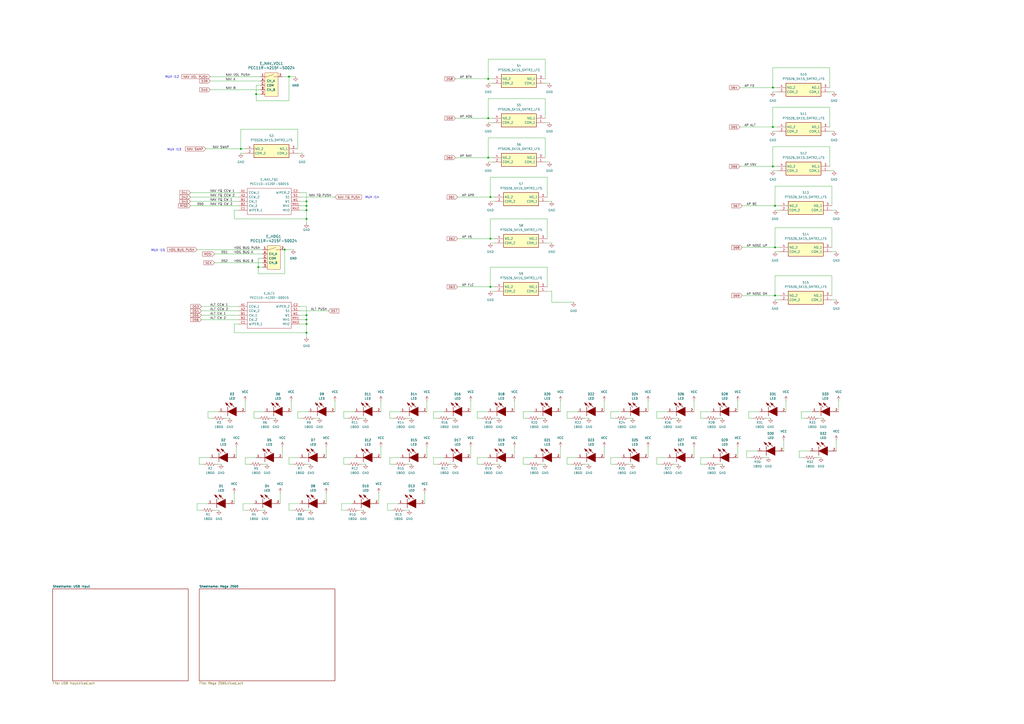
<source format=kicad_sch>
(kicad_sch (version 20231120) (generator "eeschema") (generator_version "8.0")
  (paper "A2")
  (title_block (title "G1000 NXi Mega Left Panel") (date "2024-11-22") (rev "1") (company "Flight Deck DIY"))
  (junction (at 165.1 144.78))
  (junction (at 448.31 50.8))
  (junction (at 139.7 86.36))
  (junction (at 283.21 91.44))
  (junction (at 177.8 127))
  (junction (at 167.64 44.45))
  (junction (at 148.59 54.61))
  (junction (at 448.31 96.52))
  (junction (at 284.48 114.3))
  (junction (at 283.21 45.72))
  (junction (at 448.31 73.66))
  (junction (at 149.86 154.94))
  (junction (at 177.8 116.84))
  (junction (at 177.8 182.88))
  (junction (at 177.8 185.42))
  (junction (at 449.58 119.38))
  (junction (at 284.48 166.37))
  (junction (at 449.58 171.45))
  (junction (at 177.8 193.04))
  (junction (at 177.8 187.96))
  (junction (at 177.8 121.92))
  (junction (at 283.21 68.58))
  (junction (at 449.58 143.51))
  (junction (at 284.48 138.43))
  (junction (at 177.8 119.38))
  (wire (pts (xy 283.21 71.12) (xy 285.75 71.12)))
  (wire (pts (xy 148.59 49.53) (xy 151.13 49.53)))
  (wire (pts (xy 149.86 149.86) (xy 149.86 154.94)))
  (wire (pts (xy 284.48 138.43) (xy 287.02 138.43)))
  (wire (pts (xy 284.48 140.97) (xy 287.02 140.97)))
  (wire (pts (xy 177.8 269.24) (xy 180.34 269.24)))
  (wire (pts (xy 473.71 265.43) (xy 476.25 265.43)))
  (wire (pts (xy 449.58 132.08) (xy 482.6 132.08)))
  (wire (pts (xy 316.23 48.26) (xy 318.77 48.26)))
  (wire (pts (xy 152.4 269.24) (xy 154.94 269.24)))
  (wire (pts (xy 167.64 44.45) (xy 167.64 58.42)))
  (wire (pts (xy 482.6 132.08) (xy 482.6 143.51)))
  (wire (pts (xy 350.52 259.08) (xy 350.52 265.43)))
  (wire (pts (xy 177.8 116.84) (xy 177.8 119.38)))
  (wire (pts (xy 284.48 102.87) (xy 317.5 102.87)))
  (wire (pts (xy 140.97 295.91) (xy 143.51 295.91)))
  (wire (pts (xy 381 238.76) (xy 387.35 238.76)))
  (wire (pts (xy 224.79 292.1) (xy 224.79 295.91)))
  (wire (pts (xy 354.33 242.57) (xy 356.87 242.57)))
  (wire (pts (xy 454.66 255.27) (xy 454.66 261.62)))
  (wire (pts (xy 482.6 107.95) (xy 482.6 119.38)))
  (wire (pts (xy 137.16 259.08) (xy 137.16 265.43)))
  (wire (pts (xy 167.64 292.1) (xy 167.64 295.91)))
  (wire (pts (xy 449.58 107.95) (xy 449.58 119.38)))
  (wire (pts (xy 406.4 265.43) (xy 406.4 269.24)))
  (wire (pts (xy 339.09 242.57) (xy 341.63 242.57)))
  (wire (pts (xy 316.23 71.12) (xy 318.77 71.12)))
  (wire (pts (xy 198.12 295.91) (xy 200.66 295.91)))
  (wire (pts (xy 303.53 238.76) (xy 309.88 238.76)))
  (wire (pts (xy 173.99 119.38) (xy 177.8 119.38)))
  (wire (pts (xy 481.33 53.34) (xy 483.87 53.34)))
  (wire (pts (xy 406.4 242.57) (xy 408.94 242.57)))
  (wire (pts (xy 149.86 158.75) (xy 165.1 158.75)))
  (wire (pts (xy 172.72 74.93) (xy 172.72 86.36)))
  (wire (pts (xy 194.31 232.41) (xy 194.31 238.76)))
  (wire (pts (xy 443.23 265.43) (xy 445.77 265.43)))
  (wire (pts (xy 276.86 265.43) (xy 276.86 269.24)))
  (wire (pts (xy 165.1 158.75) (xy 165.1 144.78)))
  (wire (pts (xy 276.86 242.57) (xy 279.4 242.57)))
  (wire (pts (xy 173.99 111.76) (xy 177.8 111.76)))
  (wire (pts (xy 167.64 295.91) (xy 170.18 295.91)))
  (wire (pts (xy 226.06 265.43) (xy 226.06 269.24)))
  (wire (pts (xy 261.62 269.24) (xy 264.16 269.24)))
  (wire (pts (xy 444.5 242.57) (xy 447.04 242.57)))
  (wire (pts (xy 464.82 238.76) (xy 471.17 238.76)))
  (wire (pts (xy 177.8 295.91) (xy 180.34 295.91)))
  (wire (pts (xy 177.8 182.88) (xy 177.8 185.42)))
  (wire (pts (xy 482.6 160.02) (xy 482.6 171.45)))
  (wire (pts (xy 236.22 269.24) (xy 238.76 269.24)))
  (wire (pts (xy 381 265.43) (xy 387.35 265.43)))
  (wire (pts (xy 246.38 285.75) (xy 246.38 292.1)))
  (wire (pts (xy 354.33 238.76) (xy 354.33 242.57)))
  (wire (pts (xy 198.12 292.1) (xy 204.47 292.1)))
  (wire (pts (xy 140.97 292.1) (xy 147.32 292.1)))
  (wire (pts (xy 135.89 121.92) (xy 135.89 127)))
  (wire (pts (xy 449.58 171.45) (xy 452.12 171.45)))
  (wire (pts (xy 163.83 44.45) (xy 167.64 44.45)))
  (wire (pts (xy 429.26 96.52) (xy 448.31 96.52)))
  (wire (pts (xy 449.58 121.92) (xy 452.12 121.92)))
  (wire (pts (xy 433.07 261.62) (xy 433.07 265.43)))
  (wire (pts (xy 265.43 138.43) (xy 284.48 138.43)))
  (wire (pts (xy 142.24 269.24) (xy 144.78 269.24)))
  (wire (pts (xy 449.58 119.38) (xy 452.12 119.38)))
  (wire (pts (xy 276.86 238.76) (xy 276.86 242.57)))
  (wire (pts (xy 162.56 285.75) (xy 162.56 292.1)))
  (wire (pts (xy 449.58 173.99) (xy 452.12 173.99)))
  (wire (pts (xy 177.8 111.76) (xy 177.8 116.84)))
  (wire (pts (xy 406.4 265.43) (xy 412.75 265.43)))
  (wire (pts (xy 328.93 269.24) (xy 331.47 269.24)))
  (wire (pts (xy 284.48 127) (xy 284.48 138.43)))
  (wire (pts (xy 209.55 242.57) (xy 212.09 242.57)))
  (wire (pts (xy 482.6 121.92) (xy 485.14 121.92)))
  (wire (pts (xy 448.31 39.37) (xy 481.33 39.37)))
  (wire (pts (xy 303.53 265.43) (xy 309.88 265.43)))
  (wire (pts (xy 142.24 265.43) (xy 142.24 269.24)))
  (wire (pts (xy 482.6 146.05) (xy 485.14 146.05)))
  (wire (pts (xy 485.14 255.27) (xy 485.14 261.62)))
  (wire (pts (xy 320.04 175.26) (xy 332.74 175.26)))
  (wire (pts (xy 173.99 121.92) (xy 177.8 121.92)))
  (wire (pts (xy 448.31 53.34) (xy 450.85 53.34)))
  (wire (pts (xy 317.5 154.94) (xy 317.5 166.37)))
  (wire (pts (xy 416.56 269.24) (xy 419.1 269.24)))
  (wire (pts (xy 135.89 127) (xy 177.8 127)))
  (wire (pts (xy 147.32 238.76) (xy 147.32 242.57)))
  (wire (pts (xy 325.12 232.41) (xy 325.12 238.76)))
  (wire (pts (xy 354.33 265.43) (xy 354.33 269.24)))
  (wire (pts (xy 157.48 242.57) (xy 160.02 242.57)))
  (wire (pts (xy 381 242.57) (xy 383.54 242.57)))
  (wire (pts (xy 448.31 99.06) (xy 450.85 99.06)))
  (wire (pts (xy 317.5 116.84) (xy 320.04 116.84)))
  (wire (pts (xy 177.8 119.38) (xy 177.8 121.92)))
  (wire (pts (xy 264.16 45.72) (xy 283.21 45.72)))
  (wire (pts (xy 124.46 147.32) (xy 152.4 147.32)))
  (wire (pts (xy 119.38 86.36) (xy 139.7 86.36)))
  (wire (pts (xy 303.53 242.57) (xy 306.07 242.57)))
  (wire (pts (xy 449.58 160.02) (xy 449.58 171.45)))
  (wire (pts (xy 139.7 86.36) (xy 142.24 86.36)))
  (wire (pts (xy 209.55 269.24) (xy 212.09 269.24)))
  (wire (pts (xy 265.43 114.3) (xy 284.48 114.3)))
  (wire (pts (xy 316.23 80.01) (xy 316.23 91.44)))
  (wire (pts (xy 463.55 265.43) (xy 466.09 265.43)))
  (wire (pts (xy 328.93 265.43) (xy 335.28 265.43)))
  (wire (pts (xy 173.99 182.88) (xy 177.8 182.88)))
  (wire (pts (xy 354.33 238.76) (xy 360.68 238.76)))
  (wire (pts (xy 226.06 269.24) (xy 228.6 269.24)))
  (wire (pts (xy 317.5 140.97) (xy 320.04 140.97)))
  (wire (pts (xy 276.86 269.24) (xy 279.4 269.24)))
  (wire (pts (xy 135.89 285.75) (xy 135.89 292.1)))
  (wire (pts (xy 448.31 50.8) (xy 450.85 50.8)))
  (wire (pts (xy 264.16 68.58) (xy 283.21 68.58)))
  (wire (pts (xy 147.32 238.76) (xy 153.67 238.76)))
  (wire (pts (xy 147.32 242.57) (xy 149.86 242.57)))
  (wire (pts (xy 121.92 44.45) (xy 151.13 44.45)))
  (wire (pts (xy 316.23 34.29) (xy 316.23 45.72)))
  (wire (pts (xy 115.57 265.43) (xy 115.57 269.24)))
  (wire (pts (xy 434.34 238.76) (xy 440.69 238.76)))
  (wire (pts (xy 142.24 232.41) (xy 142.24 238.76)))
  (wire (pts (xy 172.72 238.76) (xy 179.07 238.76)))
  (wire (pts (xy 173.99 116.84) (xy 177.8 116.84)))
  (wire (pts (xy 406.4 238.76) (xy 406.4 242.57)))
  (wire (pts (xy 116.84 185.42) (xy 138.43 185.42)))
  (wire (pts (xy 350.52 232.41) (xy 350.52 238.76)))
  (wire (pts (xy 283.21 45.72) (xy 285.75 45.72)))
  (wire (pts (xy 142.24 265.43) (xy 148.59 265.43)))
  (wire (pts (xy 219.71 285.75) (xy 219.71 292.1)))
  (wire (pts (xy 284.48 114.3) (xy 287.02 114.3)))
  (wire (pts (xy 328.93 265.43) (xy 328.93 269.24)))
  (wire (pts (xy 416.56 242.57) (xy 419.1 242.57)))
  (wire (pts (xy 199.39 265.43) (xy 205.74 265.43)))
  (wire (pts (xy 303.53 238.76) (xy 303.53 242.57)))
  (wire (pts (xy 135.89 187.96) (xy 138.43 187.96)))
  (wire (pts (xy 481.33 76.2) (xy 483.87 76.2)))
  (wire (pts (xy 316.23 93.98) (xy 318.77 93.98)))
  (wire (pts (xy 276.86 238.76) (xy 283.21 238.76)))
  (wire (pts (xy 283.21 80.01) (xy 316.23 80.01)))
  (wire (pts (xy 273.05 259.08) (xy 273.05 265.43)))
  (wire (pts (xy 433.07 265.43) (xy 435.61 265.43)))
  (wire (pts (xy 265.43 166.37) (xy 284.48 166.37)))
  (wire (pts (xy 116.84 182.88) (xy 138.43 182.88)))
  (wire (pts (xy 313.69 269.24) (xy 316.23 269.24)))
  (wire (pts (xy 375.92 259.08) (xy 375.92 265.43)))
  (wire (pts (xy 115.57 265.43) (xy 121.92 265.43)))
  (wire (pts (xy 283.21 34.29) (xy 316.23 34.29)))
  (wire (pts (xy 261.62 242.57) (xy 264.16 242.57)))
  (wire (pts (xy 328.93 242.57) (xy 331.47 242.57)))
  (wire (pts (xy 328.93 238.76) (xy 328.93 242.57)))
  (wire (pts (xy 124.46 295.91) (xy 127 295.91)))
  (wire (pts (xy 247.65 232.41) (xy 247.65 238.76)))
  (wire (pts (xy 148.59 54.61) (xy 148.59 58.42)))
  (wire (pts (xy 284.48 102.87) (xy 284.48 114.3)))
  (wire (pts (xy 455.93 232.41) (xy 455.93 238.76)))
  (wire (pts (xy 448.31 76.2) (xy 450.85 76.2)))
  (wire (pts (xy 339.09 269.24) (xy 341.63 269.24)))
  (wire (pts (xy 433.07 261.62) (xy 439.42 261.62)))
  (wire (pts (xy 273.05 232.41) (xy 273.05 238.76)))
  (wire (pts (xy 124.46 152.4) (xy 152.4 152.4)))
  (wire (pts (xy 283.21 68.58) (xy 285.75 68.58)))
  (wire (pts (xy 284.48 154.94) (xy 317.5 154.94)))
  (wire (pts (xy 173.99 180.34) (xy 190.5 180.34)))
  (wire (pts (xy 402.59 232.41) (xy 402.59 238.76)))
  (wire (pts (xy 486.41 232.41) (xy 486.41 238.76)))
  (wire (pts (xy 135.89 193.04) (xy 177.8 193.04)))
  (wire (pts (xy 354.33 265.43) (xy 360.68 265.43)))
  (wire (pts (xy 283.21 93.98) (xy 285.75 93.98)))
  (wire (pts (xy 167.64 269.24) (xy 170.18 269.24)))
  (wire (pts (xy 167.64 44.45) (xy 171.45 44.45)))
  (wire (pts (xy 120.65 242.57) (xy 123.19 242.57)))
  (wire (pts (xy 110.49 111.76) (xy 138.43 111.76)))
  (wire (pts (xy 177.8 187.96) (xy 177.8 193.04)))
  (wire (pts (xy 391.16 242.57) (xy 393.7 242.57)))
  (wire (pts (xy 110.49 116.84) (xy 138.43 116.84)))
  (wire (pts (xy 177.8 185.42) (xy 177.8 187.96)))
  (wire (pts (xy 375.92 232.41) (xy 375.92 238.76)))
  (wire (pts (xy 429.26 50.8) (xy 448.31 50.8)))
  (wire (pts (xy 481.33 62.23) (xy 481.33 73.66)))
  (wire (pts (xy 391.16 269.24) (xy 393.7 269.24)))
  (wire (pts (xy 220.98 259.08) (xy 220.98 265.43)))
  (wire (pts (xy 135.89 121.92) (xy 138.43 121.92)))
  (wire (pts (xy 120.65 238.76) (xy 127 238.76)))
  (wire (pts (xy 448.31 62.23) (xy 481.33 62.23)))
  (wire (pts (xy 199.39 269.24) (xy 201.93 269.24)))
  (wire (pts (xy 284.48 168.91) (xy 287.02 168.91)))
  (wire (pts (xy 449.58 160.02) (xy 482.6 160.02)))
  (wire (pts (xy 177.8 193.04) (xy 177.8 195.58)))
  (wire (pts (xy 140.97 292.1) (xy 140.97 295.91)))
  (wire (pts (xy 116.84 180.34) (xy 138.43 180.34)))
  (wire (pts (xy 251.46 269.24) (xy 254 269.24)))
  (wire (pts (xy 226.06 242.57) (xy 228.6 242.57)))
  (wire (pts (xy 449.58 132.08) (xy 449.58 143.51)))
  (wire (pts (xy 182.88 242.57) (xy 185.42 242.57)))
  (wire (pts (xy 283.21 48.26) (xy 285.75 48.26)))
  (wire (pts (xy 463.55 261.62) (xy 463.55 265.43)))
  (wire (pts (xy 251.46 265.43) (xy 257.81 265.43)))
  (wire (pts (xy 251.46 238.76) (xy 251.46 242.57)))
  (wire (pts (xy 381 265.43) (xy 381 269.24)))
  (wire (pts (xy 148.59 49.53) (xy 148.59 54.61)))
  (wire (pts (xy 284.48 127) (xy 317.5 127)))
  (wire (pts (xy 427.99 232.41) (xy 427.99 238.76)))
  (wire (pts (xy 449.58 107.95) (xy 482.6 107.95)))
  (wire (pts (xy 130.81 242.57) (xy 133.35 242.57)))
  (wire (pts (xy 364.49 269.24) (xy 367.03 269.24)))
  (wire (pts (xy 189.23 259.08) (xy 189.23 265.43)))
  (wire (pts (xy 325.12 259.08) (xy 325.12 265.43)))
  (wire (pts (xy 173.99 114.3) (xy 194.31 114.3)))
  (wire (pts (xy 177.8 121.92) (xy 177.8 127)))
  (wire (pts (xy 298.45 259.08) (xy 298.45 265.43)))
  (wire (pts (xy 406.4 269.24) (xy 408.94 269.24)))
  (wire (pts (xy 402.59 259.08) (xy 402.59 265.43)))
  (wire (pts (xy 173.99 187.96) (xy 177.8 187.96)))
  (wire (pts (xy 110.49 114.3) (xy 138.43 114.3)))
  (wire (pts (xy 173.99 185.42) (xy 177.8 185.42)))
  (wire (pts (xy 251.46 238.76) (xy 257.81 238.76)))
  (wire (pts (xy 114.3 144.78) (xy 152.4 144.78)))
  (wire (pts (xy 283.21 80.01) (xy 283.21 91.44)))
  (wire (pts (xy 139.7 88.9) (xy 142.24 88.9)))
  (wire (pts (xy 152.4 149.86) (xy 149.86 149.86)))
  (wire (pts (xy 298.45 232.41) (xy 298.45 238.76)))
  (wire (pts (xy 151.13 295.91) (xy 153.67 295.91)))
  (wire (pts (xy 464.82 238.76) (xy 464.82 242.57)))
  (wire (pts (xy 276.86 265.43) (xy 283.21 265.43)))
  (wire (pts (xy 199.39 265.43) (xy 199.39 269.24)))
  (wire (pts (xy 208.28 295.91) (xy 210.82 295.91)))
  (wire (pts (xy 198.12 292.1) (xy 198.12 295.91)))
  (wire (pts (xy 251.46 242.57) (xy 254 242.57)))
  (wire (pts (xy 115.57 269.24) (xy 118.11 269.24)))
  (wire (pts (xy 481.33 85.09) (xy 481.33 96.52)))
  (wire (pts (xy 481.33 99.06) (xy 483.87 99.06)))
  (wire (pts (xy 317.5 102.87) (xy 317.5 114.3)))
  (wire (pts (xy 474.98 242.57) (xy 477.52 242.57)))
  (wire (pts (xy 364.49 242.57) (xy 367.03 242.57)))
  (wire (pts (xy 125.73 269.24) (xy 128.27 269.24)))
  (wire (pts (xy 427.99 259.08) (xy 427.99 265.43)))
  (wire (pts (xy 148.59 54.61) (xy 151.13 54.61)))
  (wire (pts (xy 114.3 292.1) (xy 120.65 292.1)))
  (wire (pts (xy 167.64 292.1) (xy 173.99 292.1)))
  (wire (pts (xy 139.7 74.93) (xy 139.7 86.36)))
  (wire (pts (xy 287.02 269.24) (xy 289.56 269.24)))
  (wire (pts (xy 406.4 238.76) (xy 412.75 238.76)))
  (wire (pts (xy 430.53 119.38) (xy 449.58 119.38)))
  (wire (pts (xy 283.21 57.15) (xy 316.23 57.15)))
  (wire (pts (xy 167.64 265.43) (xy 173.99 265.43)))
  (wire (pts (xy 381 238.76) (xy 381 242.57)))
  (wire (pts (xy 199.39 242.57) (xy 201.93 242.57)))
  (wire (pts (xy 163.83 259.08) (xy 163.83 265.43)))
  (wire (pts (xy 110.49 119.38) (xy 138.43 119.38)))
  (wire (pts (xy 121.92 46.99) (xy 151.13 46.99)))
  (wire (pts (xy 284.48 154.94) (xy 284.48 166.37)))
  (wire (pts (xy 316.23 57.15) (xy 316.23 68.58)))
  (wire (pts (xy 448.31 73.66) (xy 450.85 73.66)))
  (wire (pts (xy 114.3 295.91) (xy 116.84 295.91)))
  (wire (pts (xy 114.3 292.1) (xy 114.3 295.91)))
  (wire (pts (xy 320.04 175.26) (xy 320.04 168.91)))
  (wire (pts (xy 303.53 269.24) (xy 306.07 269.24)))
  (wire (pts (xy 283.21 57.15) (xy 283.21 68.58)))
  (wire (pts (xy 481.33 39.37) (xy 481.33 50.8)))
  (wire (pts (xy 463.55 261.62) (xy 469.9 261.62)))
  (wire (pts (xy 199.39 238.76) (xy 205.74 238.76)))
  (wire (pts (xy 139.7 74.93) (xy 172.72 74.93)))
  (wire (pts (xy 448.31 62.23) (xy 448.31 73.66)))
  (wire (pts (xy 149.86 154.94) (xy 149.86 158.75)))
  (wire (pts (xy 317.5 127) (xy 317.5 138.43)))
  (wire (pts (xy 284.48 166.37) (xy 287.02 166.37)))
  (wire (pts (xy 381 269.24) (xy 383.54 269.24)))
  (wire (pts (xy 172.72 88.9) (xy 175.26 88.9)))
  (wire (pts (xy 234.95 295.91) (xy 237.49 295.91)))
  (wire (pts (xy 177.8 127) (xy 177.8 129.54)))
  (wire (pts (xy 247.65 259.08) (xy 247.65 265.43)))
  (wire (pts (xy 464.82 242.57) (xy 467.36 242.57)))
  (wire (pts (xy 434.34 242.57) (xy 436.88 242.57)))
  (wire (pts (xy 167.64 265.43) (xy 167.64 269.24)))
  (wire (pts (xy 449.58 146.05) (xy 452.12 146.05)))
  (wire (pts (xy 189.23 285.75) (xy 189.23 292.1)))
  (wire (pts (xy 354.33 269.24) (xy 356.87 269.24)))
  (wire (pts (xy 148.59 58.42) (xy 167.64 58.42)))
  (wire (pts (xy 313.69 242.57) (xy 316.23 242.57)))
  (wire (pts (xy 121.92 52.07) (xy 151.13 52.07)))
  (wire (pts (xy 168.91 232.41) (xy 168.91 238.76)))
  (wire (pts (xy 224.79 295.91) (xy 227.33 295.91)))
  (wire (pts (xy 434.34 238.76) (xy 434.34 242.57)))
  (wire (pts (xy 328.93 238.76) (xy 335.28 238.76)))
  (wire (pts (xy 264.16 91.44) (xy 283.21 91.44)))
  (wire (pts (xy 448.31 96.52) (xy 450.85 96.52)))
  (wire (pts (xy 177.8 177.8) (xy 177.8 182.88)))
  (wire (pts (xy 199.39 238.76) (xy 199.39 242.57)))
  (wire (pts (xy 224.79 292.1) (xy 231.14 292.1)))
  (wire (pts (xy 430.53 143.51) (xy 449.58 143.51)))
  (wire (pts (xy 448.31 85.09) (xy 481.33 85.09)))
  (wire (pts (xy 284.48 116.84) (xy 287.02 116.84)))
  (wire (pts (xy 317.5 168.91) (xy 320.04 168.91)))
  (wire (pts (xy 172.72 238.76) (xy 172.72 242.57)))
  (wire (pts (xy 430.53 171.45) (xy 449.58 171.45)))
  (wire (pts (xy 448.31 39.37) (xy 448.31 50.8)))
  (wire (pts (xy 283.21 34.29) (xy 283.21 45.72)))
  (wire (pts (xy 226.06 238.76) (xy 232.41 238.76)))
  (wire (pts (xy 226.06 265.43) (xy 232.41 265.43)))
  (wire (pts (xy 449.58 143.51) (xy 452.12 143.51)))
  (wire (pts (xy 116.84 177.8) (xy 138.43 177.8)))
  (wire (pts (xy 251.46 265.43) (xy 251.46 269.24)))
  (wire (pts (xy 429.26 73.66) (xy 448.31 73.66)))
  (wire (pts (xy 283.21 91.44) (xy 285.75 91.44)))
  (wire (pts (xy 135.89 187.96) (xy 135.89 193.04)))
  (wire (pts (xy 220.98 232.41) (xy 220.98 238.76)))
  (wire (pts (xy 448.31 85.09) (xy 448.31 96.52)))
  (wire (pts (xy 173.99 177.8) (xy 177.8 177.8)))
  (wire (pts (xy 287.02 242.57) (xy 289.56 242.57)))
  (wire (pts (xy 482.6 173.99) (xy 485.14 173.99)))
  (wire (pts (xy 303.53 265.43) (xy 303.53 269.24)))
  (wire (pts (xy 226.06 238.76) (xy 226.06 242.57)))
  (wire (pts (xy 149.86 154.94) (xy 152.4 154.94)))
  (wire (pts (xy 172.72 242.57) (xy 175.26 242.57)))
  (wire (pts (xy 165.1 144.78) (xy 170.18 144.78)))
  (wire (pts (xy 236.22 242.57) (xy 238.76 242.57)))
  (wire (pts (xy 120.65 238.76) (xy 120.65 242.57)))
  (text "MUX I14" (at 215.9 114.554 0) (effects (font (size 1.27 1.27))))
  (text "MUX I12" (at 99.822 44.704 0) (effects (font (size 1.27 1.27))))
  (text "MUX I15" (at 91.694 145.288 0) (effects (font (size 1.27 1.27))))
  (text "MUX I13" (at 101.092 86.868 0) (effects (font (size 1.27 1.27))))
  (label "HDG BUG PUSH" (at 135.89 144.78 0))
  (label "AP FLC" (at 267.97 166.37 0))
  (label "HDG BUG B" (at 135.89 152.4 0))
  (label "ALT CW 1" (at 121.92 182.88 0))
  (label "NAV FQ CCW 1" (at 121.92 111.76 0))
  (label "AP BTN" (at 266.7 45.72 0))
  (label "ALT CCW 2" (at 121.92 180.34 0))
  (label "NAV A" (at 130.81 46.99 0))
  (label "NAV FQ CW 1" (at 121.92 116.84 0))
  (label "HDG BUG A" (at 135.89 147.32 0))
  (label "NAV VOL PUSH" (at 130.81 44.45 0))
  (label "AP NOSE DN" (at 433.07 171.45 0))
  (label "AP NAV" (at 266.7 91.44 0))
  (label "D52" (at 128.27 152.4 0))
  (label "D51" (at 128.27 147.32 0))
  (label "D50" (at 114.3 119.38 0))
  (label "ALT PUSH" (at 180.34 180.34 0))
  (label "ALT CW 2" (at 121.92 185.42 0))
  (label "AP VNV" (at 431.8 96.52 0))
  (label "NAV FQ CCW 2" (at 121.92 114.3 0))
  (label "AP NOSE UP" (at 433.07 143.51 0))
  (label "NAV SWAP" (at 123.19 86.36 0))
  (label "AP VS" (at 267.97 138.43 0))
  (label "NAV FQ PUSH" (at 179.07 114.3 0))
  (label "AP HDG" (at 266.7 68.58 0))
  (label "AP FD" (at 431.8 50.8 0))
  (label "NAV FQ CW 2" (at 121.92 119.38 0))
  (label "ALT CCW 1" (at 121.92 177.8 0))
  (label "AP ALT" (at 431.8 73.66 0))
  (label "AP BC" (at 433.07 119.38 0))
  (label "AP APR" (at 267.97 114.3 0))
  (label "NAV B" (at 130.81 52.07 0))
  (global_label "NAV VOL PUSH" (shape input) (at 121.92 44.45 180) (property "Intersheetrefs" "${INTERSHEET_REFS}" (effects (hide yes))))
  (global_label "D65" (shape input) (at 429.26 73.66 180) (property "Intersheetrefs" "${INTERSHEET_REFS}" (effects (hide yes))))
  (global_label "D56" (shape input) (at 116.84 185.42 180) (property "Intersheetrefs" "${INTERSHEET_REFS}" (effects (hide yes))))
  (global_label "D41" (shape input) (at 110.49 111.76 180) (property "Intersheetrefs" "${INTERSHEET_REFS}" (effects (hide yes))))
  (global_label "D59" (shape input) (at 264.16 68.58 180) (property "Intersheetrefs" "${INTERSHEET_REFS}" (effects (hide yes))))
  (global_label "D39" (shape input) (at 121.92 46.99 180) (property "Intersheetrefs" "${INTERSHEET_REFS}" (effects (hide yes))))
  (global_label "D57" (shape input) (at 190.5 180.34 0) (property "Intersheetrefs" "${INTERSHEET_REFS}" (effects (hide yes))))
  (global_label "D42" (shape input) (at 110.49 114.3 180) (property "Intersheetrefs" "${INTERSHEET_REFS}" (effects (hide yes))))
  (global_label "NAV SWAP" (shape input) (at 119.38 86.36 180) (property "Intersheetrefs" "${INTERSHEET_REFS}" (effects (hide yes))))
  (global_label "D69" (shape input) (at 430.53 171.45 180) (property "Intersheetrefs" "${INTERSHEET_REFS}" (effects (hide yes))))
  (global_label "D61" (shape input) (at 265.43 114.3 180) (property "Intersheetrefs" "${INTERSHEET_REFS}" (effects (hide yes))))
  (global_label "D53" (shape input) (at 116.84 177.8 180) (property "Intersheetrefs" "${INTERSHEET_REFS}" (effects (hide yes))))
  (global_label "MOSI" (shape input) (at 124.46 147.32 180) (property "Intersheetrefs" "${INTERSHEET_REFS}" (effects (hide yes))))
  (global_label "D68" (shape input) (at 430.53 143.51 180) (property "Intersheetrefs" "${INTERSHEET_REFS}" (effects (hide yes))))
  (global_label "D63" (shape input) (at 265.43 166.37 180) (property "Intersheetrefs" "${INTERSHEET_REFS}" (effects (hide yes))))
  (global_label "D55" (shape input) (at 116.84 182.88 180) (property "Intersheetrefs" "${INTERSHEET_REFS}" (effects (hide yes))))
  (global_label "MISO" (shape input) (at 110.49 119.38 180) (property "Intersheetrefs" "${INTERSHEET_REFS}" (effects (hide yes))))
  (global_label "D67" (shape input) (at 430.53 119.38 180) (property "Intersheetrefs" "${INTERSHEET_REFS}" (effects (hide yes))))
  (global_label "SCK" (shape input) (at 124.46 152.4 180) (property "Intersheetrefs" "${INTERSHEET_REFS}" (effects (hide yes))))
  (global_label "HDG BUG PUSH" (shape input) (at 114.3 144.78 180) (property "Intersheetrefs" "${INTERSHEET_REFS}" (effects (hide yes))))
  (global_label "D60" (shape input) (at 264.16 91.44 180) (property "Intersheetrefs" "${INTERSHEET_REFS}" (effects (hide yes))))
  (global_label "D58" (shape input) (at 264.16 45.72 180) (property "Intersheetrefs" "${INTERSHEET_REFS}" (effects (hide yes))))
  (global_label "D62" (shape input) (at 265.43 138.43 180) (property "Intersheetrefs" "${INTERSHEET_REFS}" (effects (hide yes))))
  (global_label "D43" (shape input) (at 110.49 116.84 180) (property "Intersheetrefs" "${INTERSHEET_REFS}" (effects (hide yes))))
  (global_label "NAV FQ PUSH" (shape input) (at 194.31 114.3 0) (property "Intersheetrefs" "${INTERSHEET_REFS}" (effects (hide yes))))
  (global_label "D54" (shape input) (at 116.84 180.34 180) (property "Intersheetrefs" "${INTERSHEET_REFS}" (effects (hide yes))))
  (global_label "D64" (shape input) (at 429.26 50.8 180) (property "Intersheetrefs" "${INTERSHEET_REFS}" (effects (hide yes))))
  (global_label "D66" (shape input) (at 429.26 96.52 180) (property "Intersheetrefs" "${INTERSHEET_REFS}" (effects (hide yes))))
  (global_label "D40" (shape input) (at 121.92 52.07 180) (property "Intersheetrefs" "${INTERSHEET_REFS}" (effects (hide yes))))
  (symbol (lib_id "Device:R_US") (at 231.14 295.91 90) (unit 1)
    (property "Reference" "R13" (at 231.14 298.45 90))
    (property "Value" "180Ω" (at 231.14 300.99 90))
    (property "Footprint" "Resistor_SMD:R_0603_1608Metric_Pad0.98x0.95mm_HandSolder" (effects (hide yes)))
  )
  (symbol (lib_id "IN-S63AT5UW:IN-S63AT5UW") (at 360.68 265.43 0) (unit 1)
    (property "Reference" "D25" (at 368.3 255.27 0))
    (property "Value" "LED" (at 368.3 257.81 0))
    (property "Footprint" "IN-S63AT5UW:LEDC1608X39N" (effects (hide yes)))
    (property "Description" "Standard LEDs - SMD White LED" (effects (hide yes)))
    (property "Height" "0.39" (effects (hide yes)))
    (property "Mouser Part Number" "743-IN-S63AT5UW" (effects (hide yes)))
    (property "Mouser Price/Stock" "https://www.mouser.co.uk/ProductDetail/Inolux/IN-S63AT5UW?qs=fAHHVMwC%252BbjOUaZe%2F%2FIGRQ%3D%3D" (effects (hide yes)))
    (property "Manufacturer_Name" "Inolux" (effects (hide yes)))
    (property "Manufacturer_Part_Number" "IN-S63AT5UW" (effects (hide yes)))
  )
  (symbol (lib_id "power:GND") (at 264.16 269.24 0) (unit 1)
    (property "Reference" "#PWR062" (effects (hide yes)))
    (property "Value" "GND" (at 264.16 274.32 0))
    (property "Description" "Power symbol creates a global label with name \"GND\" , ground" (effects (hide yes)))
  )
  (symbol (lib_id "IN-S63AT5UW:IN-S63AT5UW") (at 204.47 292.1 0) (unit 1)
    (property "Reference" "D10" (at 212.09 281.94 0))
    (property "Value" "LED" (at 212.09 284.48 0))
    (property "Footprint" "IN-S63AT5UW:LEDC1608X39N" (effects (hide yes)))
    (property "Description" "Standard LEDs - SMD White LED" (effects (hide yes)))
    (property "Height" "0.39" (effects (hide yes)))
    (property "Mouser Part Number" "743-IN-S63AT5UW" (effects (hide yes)))
    (property "Mouser Price/Stock" "https://www.mouser.co.uk/ProductDetail/Inolux/IN-S63AT5UW?qs=fAHHVMwC%252BbjOUaZe%2F%2FIGRQ%3D%3D" (effects (hide yes)))
    (property "Manufacturer_Name" "Inolux" (effects (hide yes)))
    (property "Manufacturer_Part_Number" "IN-S63AT5UW" (effects (hide yes)))
  )
  (symbol (lib_id "Device:R_US") (at 412.75 242.57 90) (unit 1)
    (property "Reference" "R28" (at 412.75 245.11 90))
    (property "Value" "180Ω" (at 412.75 247.65 90))
    (property "Footprint" "Resistor_SMD:R_0603_1608Metric_Pad0.98x0.95mm_HandSolder" (effects (hide yes)))
  )
  (symbol (lib_id "power:GND") (at 284.48 168.91 0) (unit 1)
    (property "Reference" "#PWR012" (effects (hide yes)))
    (property "Value" "GND" (at 284.48 173.99 0))
    (property "Description" "Power symbol creates a global label with name \"GND\" , ground" (effects (hide yes)))
  )
  (symbol (lib_id "power:VCC") (at 220.98 232.41 0) (unit 1)
    (property "Reference" "#PWR053" (effects (hide yes)))
    (property "Value" "VCC" (at 220.98 227.33 0))
    (property "Description" "Power symbol creates a global label with name \"VCC\"" (effects (hide yes)))
  )
  (symbol (lib_id "power:GND") (at 316.23 242.57 0) (unit 1)
    (property "Reference" "#PWR069" (effects (hide yes)))
    (property "Value" "GND" (at 316.23 247.65 0))
    (property "Description" "Power symbol creates a global label with name \"GND\" , ground" (effects (hide yes)))
  )
  (symbol (lib_id "Device:R_US") (at 204.47 295.91 90) (unit 1)
    (property "Reference" "R10" (at 204.47 298.45 90))
    (property "Value" "180Ω" (at 204.47 300.99 90))
    (property "Footprint" "Resistor_SMD:R_0603_1608Metric_Pad0.98x0.95mm_HandSolder" (effects (hide yes)))
  )
  (symbol (lib_id "PTS526-SK-15-SMTR2:PTS526_SK15_SMTR2_LFS") (at 482.6 146.05 180) (unit 1)
    (property "Reference" "S14" (at 467.36 135.89 0))
    (property "Value" "PTS526_SK15_SMTR2_LFS" (at 467.36 138.43 0))
    (property "Footprint" "PTS526-SK15-SMTR2-LFS:PTS526SK15SMTR2LFS" (effects (hide yes)))
    (property "Datasheet" "https://www.ckswitches.com/media/2780/pts526.pdf" (effects (hide yes)))
    (property "Description" "Tact 5.2 x 5.2, 1.5 mm H, 260gf, G leads, No ground pin, metal actuator" (effects (hide yes)))
    (property "Height" "1.65" (effects (hide yes)))
    (property "Mouser Part Number" "611-PTS526SK15SMR2L" (effects (hide yes)))
    (property "Mouser Price/Stock" "https://www.mouser.co.uk/ProductDetail/CK/PTS526-SK15-SMTR2-LFS?qs=UXgszm6BlbF5Ezp94JAQtw%3D%3D" (effects (hide yes)))
    (property "Manufacturer_Name" "C & K COMPONENTS" (effects (hide yes)))
    (property "Manufacturer_Part_Number" "PTS526 SK15 SMTR2 LFS" (effects (hide yes)))
  )
  (symbol (lib_id "power:GND") (at 320.04 116.84 0) (unit 1)
    (property "Reference" "#PWR016" (effects (hide yes)))
    (property "Value" "GND" (at 320.04 121.92 0))
    (property "Description" "Power symbol creates a global label with name \"GND\" , ground" (effects (hide yes)))
  )
  (symbol (lib_id "PTS526-SK-15-SMTR2:PTS526_SK15_SMTR2_LFS") (at 316.23 71.12 180) (unit 1)
    (property "Reference" "S5" (at 300.99 60.96 0))
    (property "Value" "PTS526_SK15_SMTR2_LFS" (at 300.99 63.5 0))
    (property "Footprint" "PTS526-SK15-SMTR2-LFS:PTS526SK15SMTR2LFS" (effects (hide yes)))
    (property "Datasheet" "https://www.ckswitches.com/media/2780/pts526.pdf" (effects (hide yes)))
    (property "Description" "Tact 5.2 x 5.2, 1.5 mm H, 260gf, G leads, No ground pin, metal actuator" (effects (hide yes)))
    (property "Height" "1.65" (effects (hide yes)))
    (property "Mouser Part Number" "611-PTS526SK15SMR2L" (effects (hide yes)))
    (property "Mouser Price/Stock" "https://www.mouser.co.uk/ProductDetail/CK/PTS526-SK15-SMTR2-LFS?qs=UXgszm6BlbF5Ezp94JAQtw%3D%3D" (effects (hide yes)))
    (property "Manufacturer_Name" "C & K COMPONENTS" (effects (hide yes)))
    (property "Manufacturer_Part_Number" "PTS526 SK15 SMTR2 LFS" (effects (hide yes)))
  )
  (symbol (lib_id "power:VCC") (at 375.92 232.41 0) (unit 1)
    (property "Reference" "#PWR079" (effects (hide yes)))
    (property "Value" "VCC" (at 375.92 227.33 0))
    (property "Description" "Power symbol creates a global label with name \"VCC\"" (effects (hide yes)))
  )
  (symbol (lib_id "Device:R_US") (at 469.9 265.43 90) (unit 1)
    (property "Reference" "R32" (at 469.9 267.97 90))
    (property "Value" "180Ω" (at 469.9 270.51 90))
    (property "Footprint" "Resistor_SMD:R_0603_1608Metric_Pad0.98x0.95mm_HandSolder" (effects (hide yes)))
  )
  (symbol (lib_id "power:GND") (at 289.56 242.57 0) (unit 1)
    (property "Reference" "#PWR065" (effects (hide yes)))
    (property "Value" "GND" (at 289.56 247.65 0))
    (property "Description" "Power symbol creates a global label with name \"GND\" , ground" (effects (hide yes)))
  )
  (symbol (lib_id "power:GND") (at 238.76 242.57 0) (unit 1)
    (property "Reference" "#PWR056" (effects (hide yes)))
    (property "Value" "GND" (at 238.76 247.65 0))
    (property "Description" "Power symbol creates a global label with name \"GND\" , ground" (effects (hide yes)))
  )
  (symbol (lib_id "power:GND") (at 393.7 242.57 0) (unit 1)
    (property "Reference" "#PWR081" (effects (hide yes)))
    (property "Value" "GND" (at 393.7 247.65 0))
    (property "Description" "Power symbol creates a global label with name \"GND\" , ground" (effects (hide yes)))
  )
  (symbol (lib_id "power:GND") (at 139.7 88.9 0) (unit 1)
    (property "Reference" "#PWR01" (effects (hide yes)))
    (property "Value" "GND" (at 139.7 93.98 0))
    (property "Description" "Power symbol creates a global label with name \"GND\" , ground" (effects (hide yes)))
  )
  (symbol (lib_id "power:GND") (at 175.26 88.9 0) (unit 1)
    (property "Reference" "#PWR04" (effects (hide yes)))
    (property "Value" "GND" (at 175.26 93.98 0))
    (property "Description" "Power symbol creates a global label with name \"GND\" , ground" (effects (hide yes)))
  )
  (symbol (lib_id "Device:R_US") (at 257.81 242.57 90) (unit 1)
    (property "Reference" "R16" (at 257.81 245.11 90))
    (property "Value" "180Ω" (at 257.81 247.65 90))
    (property "Footprint" "Resistor_SMD:R_0603_1608Metric_Pad0.98x0.95mm_HandSolder" (effects (hide yes)))
  )
  (symbol (lib_id "power:VCC") (at 246.38 285.75 0) (unit 1)
    (property "Reference" "#PWR058" (effects (hide yes)))
    (property "Value" "VCC" (at 246.38 280.67 0))
    (property "Description" "Power symbol creates a global label with name \"VCC\"" (effects (hide yes)))
  )
  (symbol (lib_id "power:VCC") (at 162.56 285.75 0) (unit 1)
    (property "Reference" "#PWR040" (effects (hide yes)))
    (property "Value" "VCC" (at 162.56 280.67 0))
    (property "Description" "Power symbol creates a global label with name \"VCC\"" (effects (hide yes)))
  )
  (symbol (lib_id "IN-S63AT5UW:IN-S63AT5UW") (at 232.41 238.76 0) (unit 1)
    (property "Reference" "D14" (at 240.03 228.6 0))
    (property "Value" "LED" (at 240.03 231.14 0))
    (property "Footprint" "IN-S63AT5UW:LEDC1608X39N" (effects (hide yes)))
    (property "Description" "Standard LEDs - SMD White LED" (effects (hide yes)))
    (property "Height" "0.39" (effects (hide yes)))
    (property "Mouser Part Number" "743-IN-S63AT5UW" (effects (hide yes)))
    (property "Mouser Price/Stock" "https://www.mouser.co.uk/ProductDetail/Inolux/IN-S63AT5UW?qs=fAHHVMwC%252BbjOUaZe%2F%2FIGRQ%3D%3D" (effects (hide yes)))
    (property "Manufacturer_Name" "Inolux" (effects (hide yes)))
    (property "Manufacturer_Part_Number" "IN-S63AT5UW" (effects (hide yes)))
  )
  (symbol (lib_id "Device:R_US") (at 173.99 295.91 90) (unit 1)
    (property "Reference" "R8" (at 173.99 298.45 90))
    (property "Value" "180Ω" (at 173.99 300.99 90))
    (property "Footprint" "Resistor_SMD:R_0603_1608Metric_Pad0.98x0.95mm_HandSolder" (effects (hide yes)))
  )
  (symbol (lib_id "IN-S63AT5UW:IN-S63AT5UW") (at 283.21 238.76 0) (unit 1)
    (property "Reference" "D18" (at 290.83 228.6 0))
    (property "Value" "LED" (at 290.83 231.14 0))
    (property "Footprint" "IN-S63AT5UW:LEDC1608X39N" (effects (hide yes)))
    (property "Description" "Standard LEDs - SMD White LED" (effects (hide yes)))
    (property "Height" "0.39" (effects (hide yes)))
    (property "Mouser Part Number" "743-IN-S63AT5UW" (effects (hide yes)))
    (property "Mouser Price/Stock" "https://www.mouser.co.uk/ProductDetail/Inolux/IN-S63AT5UW?qs=fAHHVMwC%252BbjOUaZe%2F%2FIGRQ%3D%3D" (effects (hide yes)))
    (property "Manufacturer_Name" "Inolux" (effects (hide yes)))
    (property "Manufacturer_Part_Number" "IN-S63AT5UW" (effects (hide yes)))
  )
  (symbol (lib_id "IN-S63AT5UW:IN-S63AT5UW") (at 283.21 265.43 0) (unit 1)
    (property "Reference" "D19" (at 290.83 255.27 0))
    (property "Value" "LED" (at 290.83 257.81 0))
    (property "Footprint" "IN-S63AT5UW:LEDC1608X39N" (effects (hide yes)))
    (property "Description" "Standard LEDs - SMD White LED" (effects (hide yes)))
    (property "Height" "0.39" (effects (hide yes)))
    (property "Mouser Part Number" "743-IN-S63AT5UW" (effects (hide yes)))
    (property "Mouser Price/Stock" "https://www.mouser.co.uk/ProductDetail/Inolux/IN-S63AT5UW?qs=fAHHVMwC%252BbjOUaZe%2F%2FIGRQ%3D%3D" (effects (hide yes)))
    (property "Manufacturer_Name" "Inolux" (effects (hide yes)))
    (property "Manufacturer_Part_Number" "IN-S63AT5UW" (effects (hide yes)))
  )
  (symbol (lib_id "Device:R_US") (at 205.74 242.57 90) (unit 1)
    (property "Reference" "R11" (at 205.74 245.11 90))
    (property "Value" "180Ω" (at 205.74 247.65 90))
    (property "Footprint" "Resistor_SMD:R_0603_1608Metric_Pad0.98x0.95mm_HandSolder" (effects (hide yes)))
  )
  (symbol (lib_id "Device:R_US") (at 232.41 269.24 90) (unit 1)
    (property "Reference" "R15" (at 232.41 271.78 90))
    (property "Value" "180Ω" (at 232.41 274.32 90))
    (property "Footprint" "Resistor_SMD:R_0603_1608Metric_Pad0.98x0.95mm_HandSolder" (effects (hide yes)))
  )
  (symbol (lib_id "power:VCC") (at 375.92 259.08 0) (unit 1)
    (property "Reference" "#PWR080" (effects (hide yes)))
    (property "Value" "VCC" (at 375.92 254 0))
    (property "Description" "Power symbol creates a global label with name \"VCC\"" (effects (hide yes)))
  )
  (symbol (lib_id "power:VCC") (at 486.41 232.41 0) (unit 1)
    (property "Reference" "#PWR096" (effects (hide yes)))
    (property "Value" "VCC" (at 486.41 227.33 0))
    (property "Description" "Power symbol creates a global label with name \"VCC\"" (effects (hide yes)))
  )
  (symbol (lib_id "power:GND") (at 318.77 71.12 0) (unit 1)
    (property "Reference" "#PWR014" (effects (hide yes)))
    (property "Value" "GND" (at 318.77 76.2 0))
    (property "Description" "Power symbol creates a global label with name \"GND\" , ground" (effects (hide yes)))
  )
  (symbol (lib_id "PTS526-SK-15-SMTR2:PTS526_SK15_SMTR2_LFS") (at 172.72 88.9 180) (unit 1)
    (property "Reference" "S3" (at 157.48 78.74 0))
    (property "Value" "PTS526_SK15_SMTR2_LFS" (at 157.48 81.28 0))
    (property "Footprint" "PTS526-SK15-SMTR2-LFS:PTS526SK15SMTR2LFS" (effects (hide yes)))
    (property "Datasheet" "https://www.ckswitches.com/media/2780/pts526.pdf" (effects (hide yes)))
    (property "Description" "Tact 5.2 x 5.2, 1.5 mm H, 260gf, G leads, No ground pin, metal actuator" (effects (hide yes)))
    (property "Height" "1.65" (effects (hide yes)))
    (property "Mouser Part Number" "611-PTS526SK15SMR2L" (effects (hide yes)))
    (property "Mouser Price/Stock" "https://www.mouser.co.uk/ProductDetail/CK/PTS526-SK15-SMTR2-LFS?qs=UXgszm6BlbF5Ezp94JAQtw%3D%3D" (effects (hide yes)))
    (property "Manufacturer_Name" "C & K COMPONENTS" (effects (hide yes)))
    (property "Manufacturer_Part_Number" "PTS526 SK15 SMTR2 LFS" (effects (hide yes)))
  )
  (symbol (lib_id "power:GND") (at 177.8 195.58 0) (unit 1)
    (property "Reference" "#PWR06" (effects (hide yes)))
    (property "Value" "GND" (at 177.8 200.66 0))
    (property "Description" "Power symbol creates a global label with name \"GND\" , ground" (effects (hide yes)))
  )
  (symbol (lib_id "PTS526-SK-15-SMTR2:PTS526_SK15_SMTR2_LFS") (at 481.33 76.2 180) (unit 1)
    (property "Reference" "S11" (at 466.09 66.04 0))
    (property "Value" "PTS526_SK15_SMTR2_LFS" (at 466.09 68.58 0))
    (property "Footprint" "PTS526-SK15-SMTR2-LFS:PTS526SK15SMTR2LFS" (effects (hide yes)))
    (property "Datasheet" "https://www.ckswitches.com/media/2780/pts526.pdf" (effects (hide yes)))
    (property "Description" "Tact 5.2 x 5.2, 1.5 mm H, 260gf, G leads, No ground pin, metal actuator" (effects (hide yes)))
    (property "Height" "1.65" (effects (hide yes)))
    (property "Mouser Part Number" "611-PTS526SK15SMR2L" (effects (hide yes)))
    (property "Mouser Price/Stock" "https://www.mouser.co.uk/ProductDetail/CK/PTS526-SK15-SMTR2-LFS?qs=UXgszm6BlbF5Ezp94JAQtw%3D%3D" (effects (hide yes)))
    (property "Manufacturer_Name" "C & K COMPONENTS" (effects (hide yes)))
    (property "Manufacturer_Part_Number" "PTS526 SK15 SMTR2 LFS" (effects (hide yes)))
  )
  (symbol (lib_id "IN-S63AT5UW:IN-S63AT5UW") (at 440.69 238.76 0) (unit 1)
    (property "Reference" "D31" (at 448.31 228.6 0))
    (property "Value" "LED" (at 448.31 231.14 0))
    (property "Footprint" "IN-S63AT5UW:LEDC1608X39N" (effects (hide yes)))
    (property "Description" "Standard LEDs - SMD White LED" (effects (hide yes)))
    (property "Height" "0.39" (effects (hide yes)))
    (property "Mouser Part Number" "743-IN-S63AT5UW" (effects (hide yes)))
    (property "Mouser Price/Stock" "https://www.mouser.co.uk/ProductDetail/Inolux/IN-S63AT5UW?qs=fAHHVMwC%252BbjOUaZe%2F%2FIGRQ%3D%3D" (effects (hide yes)))
    (property "Manufacturer_Name" "Inolux" (effects (hide yes)))
    (property "Manufacturer_Part_Number" "IN-S63AT5UW" (effects (hide yes)))
  )
  (symbol (lib_id "power:GND") (at 318.77 48.26 0) (unit 1)
    (property "Reference" "#PWR013" (effects (hide yes)))
    (property "Value" "GND" (at 318.77 53.34 0))
    (property "Description" "Power symbol creates a global label with name \"GND\" , ground" (effects (hide yes)))
  )
  (symbol (lib_id "IN-S63AT5UW:IN-S63AT5UW") (at 153.67 238.76 0) (unit 1)
    (property "Reference" "D6" (at 161.29 228.6 0))
    (property "Value" "LED" (at 161.29 231.14 0))
    (property "Footprint" "IN-S63AT5UW:LEDC1608X39N" (effects (hide yes)))
    (property "Description" "Standard LEDs - SMD White LED" (effects (hide yes)))
    (property "Height" "0.39" (effects (hide yes)))
    (property "Mouser Part Number" "743-IN-S63AT5UW" (effects (hide yes)))
    (property "Mouser Price/Stock" "https://www.mouser.co.uk/ProductDetail/Inolux/IN-S63AT5UW?qs=fAHHVMwC%252BbjOUaZe%2F%2FIGRQ%3D%3D" (effects (hide yes)))
    (property "Manufacturer_Name" "Inolux" (effects (hide yes)))
    (property "Manufacturer_Part_Number" "IN-S63AT5UW" (effects (hide yes)))
  )
  (symbol (lib_id "power:VCC") (at 485.14 255.27 0) (unit 1)
    (property "Reference" "#PWR095" (effects (hide yes)))
    (property "Value" "VCC" (at 485.14 250.19 0))
    (property "Description" "Power symbol creates a global label with name \"VCC\"" (effects (hide yes)))
  )
  (symbol (lib_id "power:GND") (at 483.87 99.06 0) (unit 1)
    (property "Reference" "#PWR027" (effects (hide yes)))
    (property "Value" "GND" (at 483.87 104.14 0))
    (property "Description" "Power symbol creates a global label with name \"GND\" , ground" (effects (hide yes)))
  )
  (symbol (lib_id "dk_Encoders:PEC11R-4215F-S0024") (at 158.75 46.99 0) (unit 1)
    (property "Reference" "E_NAV_VOL1" (at 157.48 36.83 0) (effects (font (size 1.524 1.524))))
    (property "Value" "PEC11R-4215F-S0024" (at 157.48 39.37 0) (effects (font (size 1.524 1.524))))
    (property "Footprint" "digikey-footprints:Rotary_Encoder_Switched_PEC11R" (effects (hide yes)))
    (property "Datasheet" "https://www.bourns.com/docs/Product-Datasheets/PEC11R.pdf" (effects (hide yes)))
    (property "Description" "ROTARY ENCODER MECHANICAL 24PPR" (effects (hide yes)))
    (property "Digi-Key_PN" "PEC11R-4215F-S0024-ND" (effects (hide yes)))
    (property "MPN" "PEC11R-4215F-S0024" (effects (hide yes)))
    (property "Category" "Sensors, Transducers" (effects (hide yes)))
    (property "Family" "Encoders" (effects (hide yes)))
    (property "DK_Datasheet_Link" "https://www.bourns.com/docs/Product-Datasheets/PEC11R.pdf" (effects (hide yes)))
    (property "DK_Detail_Page" "/product-detail/en/bourns-inc/PEC11R-4215F-S0024/PEC11R-4215F-S0024-ND/4499665" (effects (hide yes)))
    (property "Manufacturer" "Bourns Inc." (effects (hide yes)))
    (property "Status" "Active" (effects (hide yes)))
  )
  (symbol (lib_id "power:GND") (at 153.67 295.91 0) (unit 1)
    (property "Reference" "#PWR037" (effects (hide yes)))
    (property "Value" "GND" (at 153.67 300.99 0))
    (property "Description" "Power symbol creates a global label with name \"GND\" , ground" (effects (hide yes)))
  )
  (symbol (lib_id "Device:R_US") (at 205.74 269.24 90) (unit 1)
    (property "Reference" "R12" (at 205.74 271.78 90))
    (property "Value" "180Ω" (at 205.74 274.32 90))
    (property "Footprint" "Resistor_SMD:R_0603_1608Metric_Pad0.98x0.95mm_HandSolder" (effects (hide yes)))
  )
  (symbol (lib_id "IN-S63AT5UW:IN-S63AT5UW") (at 469.9 261.62 0) (unit 1)
    (property "Reference" "D32" (at 477.52 251.46 0))
    (property "Value" "LED" (at 477.52 254 0))
    (property "Footprint" "IN-S63AT5UW:LEDC1608X39N" (effects (hide yes)))
    (property "Description" "Standard LEDs - SMD White LED" (effects (hide yes)))
    (property "Height" "0.39" (effects (hide yes)))
    (property "Mouser Part Number" "743-IN-S63AT5UW" (effects (hide yes)))
    (property "Mouser Price/Stock" "https://www.mouser.co.uk/ProductDetail/Inolux/IN-S63AT5UW?qs=fAHHVMwC%252BbjOUaZe%2F%2FIGRQ%3D%3D" (effects (hide yes)))
    (property "Manufacturer_Name" "Inolux" (effects (hide yes)))
    (property "Manufacturer_Part_Number" "IN-S63AT5UW" (effects (hide yes)))
  )
  (symbol (lib_id "power:GND") (at 483.87 76.2 0) (unit 1)
    (property "Reference" "#PWR026" (effects (hide yes)))
    (property "Value" "GND" (at 483.87 81.28 0))
    (property "Description" "Power symbol creates a global label with name \"GND\" , ground" (effects (hide yes)))
  )
  (symbol (lib_id "power:VCC") (at 350.52 259.08 0) (unit 1)
    (property "Reference" "#PWR076" (effects (hide yes)))
    (property "Value" "VCC" (at 350.52 254 0))
    (property "Description" "Power symbol creates a global label with name \"VCC\"" (effects (hide yes)))
  )
  (symbol (lib_id "power:VCC") (at 219.71 285.75 0) (unit 1)
    (property "Reference" "#PWR052" (effects (hide yes)))
    (property "Value" "VCC" (at 219.71 280.67 0))
    (property "Description" "Power symbol creates a global label with name \"VCC\"" (effects (hide yes)))
  )
  (symbol (lib_id "Device:R_US") (at 387.35 242.57 90) (unit 1)
    (property "Reference" "R26" (at 387.35 245.11 90))
    (property "Value" "180Ω" (at 387.35 247.65 90))
    (property "Footprint" "Resistor_SMD:R_0603_1608Metric_Pad0.98x0.95mm_HandSolder" (effects (hide yes)))
  )
  (symbol (lib_id "power:VCC") (at 189.23 285.75 0) (unit 1)
    (property "Reference" "#PWR047" (effects (hide yes)))
    (property "Value" "VCC" (at 189.23 280.67 0))
    (property "Description" "Power symbol creates a global label with name \"VCC\"" (effects (hide yes)))
  )
  (symbol (lib_id "power:GND") (at 180.34 295.91 0) (unit 1)
    (property "Reference" "#PWR044" (effects (hide yes)))
    (property "Value" "GND" (at 180.34 300.99 0))
    (property "Description" "Power symbol creates a global label with name \"GND\" , ground" (effects (hide yes)))
  )
  (symbol (lib_id "Device:R_US") (at 440.69 242.57 90) (unit 1)
    (property "Reference" "R31" (at 440.69 245.11 90))
    (property "Value" "180Ω" (at 440.69 247.65 90))
    (property "Footprint" "Resistor_SMD:R_0603_1608Metric_Pad0.98x0.95mm_HandSolder" (effects (hide yes)))
  )
  (symbol (lib_id "power:VCC") (at 220.98 259.08 0) (unit 1)
    (property "Reference" "#PWR054" (effects (hide yes)))
    (property "Value" "VCC" (at 220.98 254 0))
    (property "Description" "Power symbol creates a global label with name \"VCC\"" (effects (hide yes)))
  )
  (symbol (lib_id "PTS526-SK-15-SMTR2:PTS526_SK15_SMTR2_LFS") (at 316.23 48.26 180) (unit 1)
    (property "Reference" "S4" (at 300.99 38.1 0))
    (property "Value" "PTS526_SK15_SMTR2_LFS" (at 300.99 40.64 0))
    (property "Footprint" "PTS526-SK15-SMTR2-LFS:PTS526SK15SMTR2LFS" (effects (hide yes)))
    (property "Datasheet" "https://www.ckswitches.com/media/2780/pts526.pdf" (effects (hide yes)))
    (property "Description" "Tact 5.2 x 5.2, 1.5 mm H, 260gf, G leads, No ground pin, metal actuator" (effects (hide yes)))
    (property "Height" "1.65" (effects (hide yes)))
    (property "Mouser Part Number" "611-PTS526SK15SMR2L" (effects (hide yes)))
    (property "Mouser Price/Stock" "https://www.mouser.co.uk/ProductDetail/CK/PTS526-SK15-SMTR2-LFS?qs=UXgszm6BlbF5Ezp94JAQtw%3D%3D" (effects (hide yes)))
    (property "Manufacturer_Name" "C & K COMPONENTS" (effects (hide yes)))
    (property "Manufacturer_Part_Number" "PTS526 SK15 SMTR2 LFS" (effects (hide yes)))
  )
  (symbol (lib_id "IN-S63AT5UW:IN-S63AT5UW") (at 387.35 238.76 0) (unit 1)
    (property "Reference" "D26" (at 394.97 228.6 0))
    (property "Value" "LED" (at 394.97 231.14 0))
    (property "Footprint" "IN-S63AT5UW:LEDC1608X39N" (effects (hide yes)))
    (property "Description" "Standard LEDs - SMD White LED" (effects (hide yes)))
    (property "Height" "0.39" (effects (hide yes)))
    (property "Mouser Part Number" "743-IN-S63AT5UW" (effects (hide yes)))
    (property "Mouser Price/Stock" "https://www.mouser.co.uk/ProductDetail/Inolux/IN-S63AT5UW?qs=fAHHVMwC%252BbjOUaZe%2F%2FIGRQ%3D%3D" (effects (hide yes)))
    (property "Manufacturer_Name" "Inolux" (effects (hide yes)))
    (property "Manufacturer_Part_Number" "IN-S63AT5UW" (effects (hide yes)))
  )
  (symbol (lib_id "Device:R_US") (at 309.88 242.57 90) (unit 1)
    (property "Reference" "R20" (at 309.88 245.11 90))
    (property "Value" "180Ω" (at 309.88 247.65 90))
    (property "Footprint" "Resistor_SMD:R_0603_1608Metric_Pad0.98x0.95mm_HandSolder" (effects (hide yes)))
  )
  (symbol (lib_id "Device:R_US") (at 471.17 242.57 90) (unit 1)
    (property "Reference" "R33" (at 471.17 245.11 90))
    (property "Value" "180Ω" (at 471.17 247.65 90))
    (property "Footprint" "Resistor_SMD:R_0603_1608Metric_Pad0.98x0.95mm_HandSolder" (effects (hide yes)))
  )
  (symbol (lib_id "power:GND") (at 185.42 242.57 0) (unit 1)
    (property "Reference" "#PWR045" (effects (hide yes)))
    (property "Value" "GND" (at 185.42 247.65 0))
    (property "Description" "Power symbol creates a global label with name \"GND\" , ground" (effects (hide yes)))
  )
  (symbol (lib_id "Device:R_US") (at 412.75 269.24 90) (unit 1)
    (property "Reference" "R29" (at 412.75 271.78 90))
    (property "Value" "180Ω" (at 412.75 274.32 90))
    (property "Footprint" "Resistor_SMD:R_0603_1608Metric_Pad0.98x0.95mm_HandSolder" (effects (hide yes)))
  )
  (symbol (lib_id "power:GND") (at 154.94 269.24 0) (unit 1)
    (property "Reference" "#PWR038" (effects (hide yes)))
    (property "Value" "GND" (at 154.94 274.32 0))
    (property "Description" "Power symbol creates a global label with name \"GND\" , ground" (effects (hide yes)))
  )
  (symbol (lib_id "power:VCC") (at 455.93 232.41 0) (unit 1)
    (property "Reference" "#PWR092" (effects (hide yes)))
    (property "Value" "VCC" (at 455.93 227.33 0))
    (property "Description" "Power symbol creates a global label with name \"VCC\"" (effects (hide yes)))
  )
  (symbol (lib_id "power:VCC") (at 298.45 232.41 0) (unit 1)
    (property "Reference" "#PWR067" (effects (hide yes)))
    (property "Value" "VCC" (at 298.45 227.33 0))
    (property "Description" "Power symbol creates a global label with name \"VCC\"" (effects (hide yes)))
  )
  (symbol (lib_id "power:GND") (at 419.1 269.24 0) (unit 1)
    (property "Reference" "#PWR086" (effects (hide yes)))
    (property "Value" "GND" (at 419.1 274.32 0))
    (property "Description" "Power symbol creates a global label with name \"GND\" , ground" (effects (hide yes)))
  )
  (symbol (lib_id "power:GND") (at 210.82 295.91 0) (unit 1)
    (property "Reference" "#PWR049" (effects (hide yes)))
    (property "Value" "GND" (at 210.82 300.99 0))
    (property "Description" "Power symbol creates a global label with name \"GND\" , ground" (effects (hide yes)))
  )
  (symbol (lib_id "IN-S63AT5UW:IN-S63AT5UW") (at 360.68 238.76 0) (unit 1)
    (property "Reference" "D24" (at 368.3 228.6 0))
    (property "Value" "LED" (at 368.3 231.14 0))
    (property "Footprint" "IN-S63AT5UW:LEDC1608X39N" (effects (hide yes)))
    (property "Description" "Standard LEDs - SMD White LED" (effects (hide yes)))
    (property "Height" "0.39" (effects (hide yes)))
    (property "Mouser Part Number" "743-IN-S63AT5UW" (effects (hide yes)))
    (property "Mouser Price/Stock" "https://www.mouser.co.uk/ProductDetail/Inolux/IN-S63AT5UW?qs=fAHHVMwC%252BbjOUaZe%2F%2FIGRQ%3D%3D" (effects (hide yes)))
    (property "Manufacturer_Name" "Inolux" (effects (hide yes)))
    (property "Manufacturer_Part_Number" "IN-S63AT5UW" (effects (hide yes)))
  )
  (symbol (lib_id "Device:R_US") (at 309.88 269.24 90) (unit 1)
    (property "Reference" "R21" (at 309.88 271.78 90))
    (property "Value" "180Ω" (at 309.88 274.32 90))
    (property "Footprint" "Resistor_SMD:R_0603_1608Metric_Pad0.98x0.95mm_HandSolder" (effects (hide yes)))
  )
  (symbol (lib_id "dk_Encoders:PEC11R-4215F-S0024") (at 160.02 147.32 0) (unit 1)
    (property "Reference" "E_HDG1" (at 158.75 137.16 0) (effects (font (size 1.524 1.524))))
    (property "Value" "PEC11R-4215F-S0024" (at 158.75 139.7 0) (effects (font (size 1.524 1.524))))
    (property "Footprint" "digikey-footprints:Rotary_Encoder_Switched_PEC11R" (effects (hide yes)))
    (property "Datasheet" "https://www.bourns.com/docs/Product-Datasheets/PEC11R.pdf" (effects (hide yes)))
    (property "Description" "ROTARY ENCODER MECHANICAL 24PPR" (effects (hide yes)))
    (property "Digi-Key_PN" "PEC11R-4215F-S0024-ND" (effects (hide yes)))
    (property "MPN" "PEC11R-4215F-S0024" (effects (hide yes)))
    (property "Category" "Sensors, Transducers" (effects (hide yes)))
    (property "Family" "Encoders" (effects (hide yes)))
    (property "DK_Datasheet_Link" "https://www.bourns.com/docs/Product-Datasheets/PEC11R.pdf" (effects (hide yes)))
    (property "DK_Detail_Page" "/product-detail/en/bourns-inc/PEC11R-4215F-S0024/PEC11R-4215F-S0024-ND/4499665" (effects (hide yes)))
    (property "Manufacturer" "Bourns Inc." (effects (hide yes)))
    (property "Status" "Active" (effects (hide yes)))
  )
  (symbol (lib_id "Device:R_US") (at 283.21 269.24 90) (unit 1)
    (property "Reference" "R19" (at 283.21 271.78 90))
    (property "Value" "180Ω" (at 283.21 274.32 90))
    (property "Footprint" "Resistor_SMD:R_0603_1608Metric_Pad0.98x0.95mm_HandSolder" (effects (hide yes)))
  )
  (symbol (lib_id "power:VCC") (at 402.59 259.08 0) (unit 1)
    (property "Reference" "#PWR084" (effects (hide yes)))
    (property "Value" "VCC" (at 402.59 254 0))
    (property "Description" "Power symbol creates a global label with name \"VCC\"" (effects (hide yes)))
  )
  (symbol (lib_id "power:GND") (at 448.31 76.2 0) (unit 1)
    (property "Reference" "#PWR020" (effects (hide yes)))
    (property "Value" "GND" (at 448.31 81.28 0))
    (property "Description" "Power symbol creates a global label with name \"GND\" , ground" (effects (hide yes)))
  )
  (symbol (lib_id "IN-S63AT5UW:IN-S63AT5UW") (at 173.99 265.43 0) (unit 1)
    (property "Reference" "D7" (at 181.61 255.27 0))
    (property "Value" "LED" (at 181.61 257.81 0))
    (property "Footprint" "IN-S63AT5UW:LEDC1608X39N" (effects (hide yes)))
    (property "Description" "Standard LEDs - SMD White LED" (effects (hide yes)))
    (property "Height" "0.39" (effects (hide yes)))
    (property "Mouser Part Number" "743-IN-S63AT5UW" (effects (hide yes)))
    (property "Mouser Price/Stock" "https://www.mouser.co.uk/ProductDetail/Inolux/IN-S63AT5UW?qs=fAHHVMwC%252BbjOUaZe%2F%2FIGRQ%3D%3D" (effects (hide yes)))
    (property "Manufacturer_Name" "Inolux" (effects (hide yes)))
    (property "Manufacturer_Part_Number" "IN-S63AT5UW" (effects (hide yes)))
  )
  (symbol (lib_id "IN-S63AT5UW:IN-S63AT5UW") (at 257.81 265.43 0) (unit 1)
    (property "Reference" "D17" (at 265.43 255.27 0))
    (property "Value" "LED" (at 265.43 257.81 0))
    (property "Footprint" "IN-S63AT5UW:LEDC1608X39N" (effects (hide yes)))
    (property "Description" "Standard LEDs - SMD White LED" (effects (hide yes)))
    (property "Height" "0.39" (effects (hide yes)))
    (property "Mouser Part Number" "743-IN-S63AT5UW" (effects (hide yes)))
    (property "Mouser Price/Stock" "https://www.mouser.co.uk/ProductDetail/Inolux/IN-S63AT5UW?qs=fAHHVMwC%252BbjOUaZe%2F%2FIGRQ%3D%3D" (effects (hide yes)))
    (property "Manufacturer_Name" "Inolux" (effects (hide yes)))
    (property "Manufacturer_Part_Number" "IN-S63AT5UW" (effects (hide yes)))
  )
  (symbol (lib_id "power:GND") (at 160.02 242.57 0) (unit 1)
    (property "Reference" "#PWR039" (effects (hide yes)))
    (property "Value" "GND" (at 160.02 247.65 0))
    (property "Description" "Power symbol creates a global label with name \"GND\" , ground" (effects (hide yes)))
  )
  (symbol (lib_id "power:GND") (at 264.16 242.57 0) (unit 1)
    (property "Reference" "#PWR061" (effects (hide yes)))
    (property "Value" "GND" (at 264.16 247.65 0))
    (property "Description" "Power symbol creates a global label with name \"GND\" , ground" (effects (hide yes)))
  )
  (symbol (lib_id "power:VCC") (at 273.05 259.08 0) (unit 1)
    (property "Reference" "#PWR064" (effects (hide yes)))
    (property "Value" "VCC" (at 273.05 254 0))
    (property "Description" "Power symbol creates a global label with name \"VCC\"" (effects (hide yes)))
  )
  (symbol (lib_id "power:GND") (at 341.63 269.24 0) (unit 1)
    (property "Reference" "#PWR074" (effects (hide yes)))
    (property "Value" "GND" (at 341.63 274.32 0))
    (property "Description" "Power symbol creates a global label with name \"GND\" , ground" (effects (hide yes)))
  )
  (symbol (lib_id "power:GND") (at 289.56 269.24 0) (unit 1)
    (property "Reference" "#PWR066" (effects (hide yes)))
    (property "Value" "GND" (at 289.56 274.32 0))
    (property "Description" "Power symbol creates a global label with name \"GND\" , ground" (effects (hide yes)))
  )
  (symbol (lib_id "power:GND") (at 367.03 242.57 0) (unit 1)
    (property "Reference" "#PWR077" (effects (hide yes)))
    (property "Value" "GND" (at 367.03 247.65 0))
    (property "Description" "Power symbol creates a global label with name \"GND\" , ground" (effects (hide yes)))
  )
  (symbol (lib_id "power:GND") (at 171.45 44.45 0) (unit 1)
    (property "Reference" "#PWR03" (effects (hide yes)))
    (property "Value" "GND" (at 171.45 49.53 0))
    (property "Description" "Power symbol creates a global label with name \"GND\" , ground" (effects (hide yes)))
  )
  (symbol (lib_id "power:VCC") (at 325.12 232.41 0) (unit 1)
    (property "Reference" "#PWR071" (effects (hide yes)))
    (property "Value" "VCC" (at 325.12 227.33 0))
    (property "Description" "Power symbol creates a global label with name \"VCC\"" (effects (hide yes)))
  )
  (symbol (lib_id "Device:R_US") (at 127 242.57 90) (unit 1)
    (property "Reference" "R3" (at 127 245.11 90))
    (property "Value" "180Ω" (at 127 247.65 90))
    (property "Footprint" "Resistor_SMD:R_0603_1608Metric_Pad0.98x0.95mm_HandSolder" (effects (hide yes)))
  )
  (symbol (lib_id "power:VCC") (at 298.45 259.08 0) (unit 1)
    (property "Reference" "#PWR068" (effects (hide yes)))
    (property "Value" "VCC" (at 298.45 254 0))
    (property "Description" "Power symbol creates a global label with name \"VCC\"" (effects (hide yes)))
  )
  (symbol (lib_id "PTS526-SK-15-SMTR2:PTS526_SK15_SMTR2_LFS") (at 317.5 168.91 180) (unit 1)
    (property "Reference" "S9" (at 302.26 158.75 0))
    (property "Value" "PTS526_SK15_SMTR2_LFS" (at 302.26 161.29 0))
    (property "Footprint" "PTS526-SK15-SMTR2-LFS:PTS526SK15SMTR2LFS" (effects (hide yes)))
    (property "Datasheet" "https://www.ckswitches.com/media/2780/pts526.pdf" (effects (hide yes)))
    (property "Description" "Tact 5.2 x 5.2, 1.5 mm H, 260gf, G leads, No ground pin, metal actuator" (effects (hide yes)))
    (property "Height" "1.65" (effects (hide yes)))
    (property "Mouser Part Number" "611-PTS526SK15SMR2L" (effects (hide yes)))
    (property "Mouser Price/Stock" "https://www.mouser.co.uk/ProductDetail/CK/PTS526-SK15-SMTR2-LFS?qs=UXgszm6BlbF5Ezp94JAQtw%3D%3D" (effects (hide yes)))
    (property "Manufacturer_Name" "C & K COMPONENTS" (effects (hide yes)))
    (property "Manufacturer_Part_Number" "PTS526 SK15 SMTR2 LFS" (effects (hide yes)))
  )
  (symbol (lib_id "power:GND") (at 180.34 269.24 0) (unit 1)
    (property "Reference" "#PWR043" (effects (hide yes)))
    (property "Value" "GND" (at 180.34 274.32 0))
    (property "Description" "Power symbol creates a global label with name \"GND\" , ground" (effects (hide yes)))
  )
  (symbol (lib_id "power:GND") (at 483.87 53.34 0) (unit 1)
    (property "Reference" "#PWR025" (effects (hide yes)))
    (property "Value" "GND" (at 483.87 58.42 0))
    (property "Description" "Power symbol creates a global label with name \"GND\" , ground" (effects (hide yes)))
  )
  (symbol (lib_id "power:GND") (at 127 295.91 0) (unit 1)
    (property "Reference" "#PWR031" (effects (hide yes)))
    (property "Value" "GND" (at 127 300.99 0))
    (property "Description" "Power symbol creates a global label with name \"GND\" , ground" (effects (hide yes)))
  )
  (symbol (lib_id "power:GND") (at 332.74 175.26 0) (unit 1)
    (property "Reference" "#PWR018" (effects (hide yes)))
    (property "Value" "GND" (at 332.74 180.34 0))
    (property "Description" "Power symbol creates a global label with name \"GND\" , ground" (effects (hide yes)))
  )
  (symbol (lib_id "power:GND") (at 393.7 269.24 0) (unit 1)
    (property "Reference" "#PWR082" (effects (hide yes)))
    (property "Value" "GND" (at 393.7 274.32 0))
    (property "Description" "Power symbol creates a global label with name \"GND\" , ground" (effects (hide yes)))
  )
  (symbol (lib_id "Device:R_US") (at 153.67 242.57 90) (unit 1)
    (property "Reference" "R6" (at 153.67 245.11 90))
    (property "Value" "180Ω" (at 153.67 247.65 90))
    (property "Footprint" "Resistor_SMD:R_0603_1608Metric_Pad0.98x0.95mm_HandSolder" (effects (hide yes)))
  )
  (symbol (lib_id "Device:R_US") (at 360.68 269.24 90) (unit 1)
    (property "Reference" "R25" (at 360.68 271.78 90))
    (property "Value" "180Ω" (at 360.68 274.32 90))
    (property "Footprint" "Resistor_SMD:R_0603_1608Metric_Pad0.98x0.95mm_HandSolder" (effects (hide yes)))
  )
  (symbol (lib_id "power:GND") (at 477.52 242.57 0) (unit 1)
    (property "Reference" "#PWR094" (effects (hide yes)))
    (property "Value" "GND" (at 477.52 247.65 0))
    (property "Description" "Power symbol creates a global label with name \"GND\" , ground" (effects (hide yes)))
  )
  (symbol (lib_id "power:GND") (at 237.49 295.91 0) (unit 1)
    (property "Reference" "#PWR055" (effects (hide yes)))
    (property "Value" "GND" (at 237.49 300.99 0))
    (property "Description" "Power symbol creates a global label with name \"GND\" , ground" (effects (hide yes)))
  )
  (symbol (lib_id "IN-S63AT5UW:IN-S63AT5UW") (at 257.81 238.76 0) (unit 1)
    (property "Reference" "D16" (at 265.43 228.6 0))
    (property "Value" "LED" (at 265.43 231.14 0))
    (property "Footprint" "IN-S63AT5UW:LEDC1608X39N" (effects (hide yes)))
    (property "Description" "Standard LEDs - SMD White LED" (effects (hide yes)))
    (property "Height" "0.39" (effects (hide yes)))
    (property "Mouser Part Number" "743-IN-S63AT5UW" (effects (hide yes)))
    (property "Mouser Price/Stock" "https://www.mouser.co.uk/ProductDetail/Inolux/IN-S63AT5UW?qs=fAHHVMwC%252BbjOUaZe%2F%2FIGRQ%3D%3D" (effects (hide yes)))
    (property "Manufacturer_Name" "Inolux" (effects (hide yes)))
    (property "Manufacturer_Part_Number" "IN-S63AT5UW" (effects (hide yes)))
  )
  (symbol (lib_id "PTS526-SK-15-SMTR2:PTS526_SK15_SMTR2_LFS") (at 316.23 93.98 180) (unit 1)
    (property "Reference" "S6" (at 300.99 83.82 0))
    (property "Value" "PTS526_SK15_SMTR2_LFS" (at 300.99 86.36 0))
    (property "Footprint" "PTS526-SK15-SMTR2-LFS:PTS526SK15SMTR2LFS" (effects (hide yes)))
    (property "Datasheet" "https://www.ckswitches.com/media/2780/pts526.pdf" (effects (hide yes)))
    (property "Description" "Tact 5.2 x 5.2, 1.5 mm H, 260gf, G leads, No ground pin, metal actuator" (effects (hide yes)))
    (property "Height" "1.65" (effects (hide yes)))
    (property "Mouser Part Number" "611-PTS526SK15SMR2L" (effects (hide yes)))
    (property "Mouser Price/Stock" "https://www.mouser.co.uk/ProductDetail/CK/PTS526-SK15-SMTR2-LFS?qs=UXgszm6BlbF5Ezp94JAQtw%3D%3D" (effects (hide yes)))
    (property "Manufacturer_Name" "C & K COMPONENTS" (effects (hide yes)))
    (property "Manufacturer_Part_Number" "PTS526 SK15 SMTR2 LFS" (effects (hide yes)))
  )
  (symbol (lib_id "power:VCC") (at 189.23 259.08 0) (unit 1)
    (property "Reference" "#PWR046" (effects (hide yes)))
    (property "Value" "VCC" (at 189.23 254 0))
    (property "Description" "Power symbol creates a global label with name \"VCC\"" (effects (hide yes)))
  )
  (symbol (lib_id "IN-S63AT5UW:IN-S63AT5UW") (at 335.28 265.43 0) (unit 1)
    (property "Reference" "D23" (at 342.9 255.27 0))
    (property "Value" "LED" (at 342.9 257.81 0))
    (property "Footprint" "IN-S63AT5UW:LEDC1608X39N" (effects (hide yes)))
    (property "Description" "Standard LEDs - SMD White LED" (effects (hide yes)))
    (property "Height" "0.39" (effects (hide yes)))
    (property "Mouser Part Number" "743-IN-S63AT5UW" (effects (hide yes)))
    (property "Mouser Price/Stock" "https://www.mouser.co.uk/ProductDetail/Inolux/IN-S63AT5UW?qs=fAHHVMwC%252BbjOUaZe%2F%2FIGRQ%3D%3D" (effects (hide yes)))
    (property "Manufacturer_Name" "Inolux" (effects (hide yes)))
    (property "Manufacturer_Part_Number" "IN-S63AT5UW" (effects (hide yes)))
  )
  (symbol (lib_id "power:GND") (at 449.58 146.05 0) (unit 1)
    (property "Reference" "#PWR023" (effects (hide yes)))
    (property "Value" "GND" (at 449.58 151.13 0))
    (property "Description" "Power symbol creates a global label with name \"GND\" , ground" (effects (hide yes)))
  )
  (symbol (lib_id "power:GND") (at 445.77 265.43 0) (unit 1)
    (property "Reference" "#PWR089" (effects (hide yes)))
    (property "Value" "GND" (at 445.77 270.51 0))
    (property "Description" "Power symbol creates a global label with name \"GND\" , ground" (effects (hide yes)))
  )
  (symbol (lib_id "power:GND") (at 476.25 265.43 0) (unit 1)
    (property "Reference" "#PWR093" (effects (hide yes)))
    (property "Value" "GND" (at 476.25 270.51 0))
    (property "Description" "Power symbol creates a global label with name \"GND\" , ground" (effects (hide yes)))
  )
  (symbol (lib_id "power:GND") (at 419.1 242.57 0) (unit 1)
    (property "Reference" "#PWR085" (effects (hide yes)))
    (property "Value" "GND" (at 419.1 247.65 0))
    (property "Description" "Power symbol creates a global label with name \"GND\" , ground" (effects (hide yes)))
  )
  (symbol (lib_id "power:VCC") (at 273.05 232.41 0) (unit 1)
    (property "Reference" "#PWR063" (effects (hide yes)))
    (property "Value" "VCC" (at 273.05 227.33 0))
    (property "Description" "Power symbol creates a global label with name \"VCC\"" (effects (hide yes)))
  )
  (symbol (lib_id "power:GND") (at 341.63 242.57 0) (unit 1)
    (property "Reference" "#PWR073" (effects (hide yes)))
    (property "Value" "GND" (at 341.63 247.65 0))
    (property "Description" "Power symbol creates a global label with name \"GND\" , ground" (effects (hide yes)))
  )
  (symbol (lib_id "IN-S63AT5UW:IN-S63AT5UW") (at 309.88 238.76 0) (unit 1)
    (property "Reference" "D20" (at 317.5 228.6 0))
    (property "Value" "LED" (at 317.5 231.14 0))
    (property "Footprint" "IN-S63AT5UW:LEDC1608X39N" (effects (hide yes)))
    (property "Description" "Standard LEDs - SMD White LED" (effects (hide yes)))
    (property "Height" "0.39" (effects (hide yes)))
    (property "Mouser Part Number" "743-IN-S63AT5UW" (effects (hide yes)))
    (property "Mouser Price/Stock" "https://www.mouser.co.uk/ProductDetail/Inolux/IN-S63AT5UW?qs=fAHHVMwC%252BbjOUaZe%2F%2FIGRQ%3D%3D" (effects (hide yes)))
    (property "Manufacturer_Name" "Inolux" (effects (hide yes)))
    (property "Manufacturer_Part_Number" "IN-S63AT5UW" (effects (hide yes)))
  )
  (symbol (lib_id "IN-S63AT5UW:IN-S63AT5UW") (at 173.99 292.1 0) (unit 1)
    (property "Reference" "D8" (at 181.61 281.94 0))
    (property "Value" "LED" (at 181.61 284.48 0))
    (property "Footprint" "IN-S63AT5UW:LEDC1608X39N" (effects (hide yes)))
    (property "Description" "Standard LEDs - SMD White LED" (effects (hide yes)))
    (property "Height" "0.39" (effects (hide yes)))
    (property "Mouser Part Number" "743-IN-S63AT5UW" (effects (hide yes)))
    (property "Mouser Price/Stock" "https://www.mouser.co.uk/ProductDetail/Inolux/IN-S63AT5UW?qs=fAHHVMwC%252BbjOUaZe%2F%2FIGRQ%3D%3D" (effects (hide yes)))
    (property "Manufacturer_Name" "Inolux" (effects (hide yes)))
    (property "Manufacturer_Part_Number" "IN-S63AT5UW" (effects (hide yes)))
  )
  (symbol (lib_id "power:VCC") (at 402.59 232.41 0) (unit 1)
    (property "Reference" "#PWR083" (effects (hide yes)))
    (property "Value" "VCC" (at 402.59 227.33 0))
    (property "Description" "Power symbol creates a global label with name \"VCC\"" (effects (hide yes)))
  )
  (symbol (lib_id "power:GND") (at 284.48 140.97 0) (unit 1)
    (property "Reference" "#PWR011" (effects (hide yes)))
    (property "Value" "GND" (at 284.48 146.05 0))
    (property "Description" "Power symbol creates a global label with name \"GND\" , ground" (effects (hide yes)))
  )
  (symbol (lib_id "power:GND") (at 367.03 269.24 0) (unit 1)
    (property "Reference" "#PWR078" (effects (hide yes)))
    (property "Value" "GND" (at 367.03 274.32 0))
    (property "Description" "Power symbol creates a global label with name \"GND\" , ground" (effects (hide yes)))
  )
  (symbol (lib_id "power:GND") (at 212.09 269.24 0) (unit 1)
    (property "Reference" "#PWR051" (effects (hide yes)))
    (property "Value" "GND" (at 212.09 274.32 0))
    (property "Description" "Power symbol creates a global label with name \"GND\" , ground" (effects (hide yes)))
  )
  (symbol (lib_id "power:VCC") (at 142.24 232.41 0) (unit 1)
    (property "Reference" "#PWR036" (effects (hide yes)))
    (property "Value" "VCC" (at 142.24 227.33 0))
    (property "Description" "Power symbol creates a global label with name \"VCC\"" (effects (hide yes)))
  )
  (symbol (lib_id "PTS526-SK-15-SMTR2:PTS526_SK15_SMTR2_LFS") (at 317.5 140.97 180) (unit 1)
    (property "Reference" "S8" (at 302.26 130.81 0))
    (property "Value" "PTS526_SK15_SMTR2_LFS" (at 302.26 133.35 0))
    (property "Footprint" "PTS526-SK15-SMTR2-LFS:PTS526SK15SMTR2LFS" (effects (hide yes)))
    (property "Datasheet" "https://www.ckswitches.com/media/2780/pts526.pdf" (effects (hide yes)))
    (property "Description" "Tact 5.2 x 5.2, 1.5 mm H, 260gf, G leads, No ground pin, metal actuator" (effects (hide yes)))
    (property "Height" "1.65" (effects (hide yes)))
    (property "Mouser Part Number" "611-PTS526SK15SMR2L" (effects (hide yes)))
    (property "Mouser Price/Stock" "https://www.mouser.co.uk/ProductDetail/CK/PTS526-SK15-SMTR2-LFS?qs=UXgszm6BlbF5Ezp94JAQtw%3D%3D" (effects (hide yes)))
    (property "Manufacturer_Name" "C & K COMPONENTS" (effects (hide yes)))
    (property "Manufacturer_Part_Number" "PTS526 SK15 SMTR2 LFS" (effects (hide yes)))
  )
  (symbol (lib_id "PEC11D-4120F-S0015:PEC11D-4120F-S0015") (at 138.43 111.76 0) (unit 1)
    (property "Reference" "E_NAV_FQ1" (at 156.21 104.14 0))
    (property "Value" "PEC11D-4120F-S0015" (at 156.21 106.68 0))
    (property "Footprint" "PEC11D-4120F-S0015:PEC11D4120FS0015" (effects (hide yes)))
    (property "Datasheet" "https://www.bourns.com/docs/product-datasheets/PEC11D.pdf" (effects (hide yes)))
    (property "Description" "Rotary encder with dual concentric shaft and 0.5mm momentary push switch" (effects (hide yes)))
    (property "Height" "28.5" (effects (hide yes)))
    (property "Mouser Part Number" "652-PEC11D4120FS0015" (effects (hide yes)))
    (property "Mouser Price/Stock" "https://www.mouser.co.uk/ProductDetail/Bourns/PEC11D-4120F-S0015?qs=gZXFycFWdAPOcL9HqB9i4w%3D%3D" (effects (hide yes)))
    (property "Manufacturer_Name" "Bourns" (effects (hide yes)))
    (property "Manufacturer_Part_Number" "PEC11D-4120F-S0015" (effects (hide yes)))
  )
  (symbol (lib_id "PTS526-SK-15-SMTR2:PTS526_SK15_SMTR2_LFS") (at 317.5 116.84 180) (unit 1)
    (property "Reference" "S7" (at 302.26 106.68 0))
    (property "Value" "PTS526_SK15_SMTR2_LFS" (at 302.26 109.22 0))
    (property "Footprint" "PTS526-SK15-SMTR2-LFS:PTS526SK15SMTR2LFS" (effects (hide yes)))
    (property "Datasheet" "https://www.ckswitches.com/media/2780/pts526.pdf" (effects (hide yes)))
    (property "Description" "Tact 5.2 x 5.2, 1.5 mm H, 260gf, G leads, No ground pin, metal actuator" (effects (hide yes)))
    (property "Height" "1.65" (effects (hide yes)))
    (property "Mouser Part Number" "611-PTS526SK15SMR2L" (effects (hide yes)))
    (property "Mouser Price/Stock" "https://www.mouser.co.uk/ProductDetail/CK/PTS526-SK15-SMTR2-LFS?qs=UXgszm6BlbF5Ezp94JAQtw%3D%3D" (effects (hide yes)))
    (property "Manufacturer_Name" "C & K COMPONENTS" (effects (hide yes)))
    (property "Manufacturer_Part_Number" "PTS526 SK15 SMTR2 LFS" (effects (hide yes)))
  )
  (symbol (lib_id "power:VCC") (at 247.65 259.08 0) (unit 1)
    (property "Reference" "#PWR060" (effects (hide yes)))
    (property "Value" "VCC" (at 247.65 254 0))
    (property "Description" "Power symbol creates a global label with name \"VCC\"" (effects (hide yes)))
  )
  (symbol (lib_id "power:GND") (at 170.18 144.78 0) (unit 1)
    (property "Reference" "#PWR02" (effects (hide yes)))
    (property "Value" "GND" (at 170.18 149.86 0))
    (property "Description" "Power symbol creates a global label with name \"GND\" , ground" (effects (hide yes)))
  )
  (symbol (lib_id "power:VCC") (at 168.91 232.41 0) (unit 1)
    (property "Reference" "#PWR042" (effects (hide yes)))
    (property "Value" "VCC" (at 168.91 227.33 0))
    (property "Description" "Power symbol creates a global label with name \"VCC\"" (effects (hide yes)))
  )
  (symbol (lib_id "IN-S63AT5UW:IN-S63AT5UW") (at 148.59 265.43 0) (unit 1)
    (property "Reference" "D5" (at 156.21 255.27 0))
    (property "Value" "LED" (at 156.21 257.81 0))
    (property "Footprint" "IN-S63AT5UW:LEDC1608X39N" (effects (hide yes)))
    (property "Description" "Standard LEDs - SMD White LED" (effects (hide yes)))
    (property "Height" "0.39" (effects (hide yes)))
    (property "Mouser Part Number" "743-IN-S63AT5UW" (effects (hide yes)))
    (property "Mouser Price/Stock" "https://www.mouser.co.uk/ProductDetail/Inolux/IN-S63AT5UW?qs=fAHHVMwC%252BbjOUaZe%2F%2FIGRQ%3D%3D" (effects (hide yes)))
    (property "Manufacturer_Name" "Inolux" (effects (hide yes)))
    (property "Manufacturer_Part_Number" "IN-S63AT5UW" (effects (hide yes)))
  )
  (symbol (lib_id "Device:R_US") (at 360.68 242.57 90) (unit 1)
    (property "Reference" "R24" (at 360.68 245.11 90))
    (property "Value" "180Ω" (at 360.68 247.65 90))
    (property "Footprint" "Resistor_SMD:R_0603_1608Metric_Pad0.98x0.95mm_HandSolder" (effects (hide yes)))
  )
  (symbol (lib_id "power:GND") (at 212.09 242.57 0) (unit 1)
    (property "Reference" "#PWR050" (effects (hide yes)))
    (property "Value" "GND" (at 212.09 247.65 0))
    (property "Description" "Power symbol creates a global label with name \"GND\" , ground" (effects (hide yes)))
  )
  (symbol (lib_id "power:GND") (at 284.48 116.84 0) (unit 1)
    (property "Reference" "#PWR010" (effects (hide yes)))
    (property "Value" "GND" (at 284.48 121.92 0))
    (property "Description" "Power symbol creates a global label with name \"GND\" , ground" (effects (hide yes)))
  )
  (symbol (lib_id "power:GND") (at 238.76 269.24 0) (unit 1)
    (property "Reference" "#PWR057" (effects (hide yes)))
    (property "Value" "GND" (at 238.76 274.32 0))
    (property "Description" "Power symbol creates a global label with name \"GND\" , ground" (effects (hide yes)))
  )
  (symbol (lib_id "power:GND") (at 128.27 269.24 0) (unit 1)
    (property "Reference" "#PWR032" (effects (hide yes)))
    (property "Value" "GND" (at 128.27 274.32 0))
    (property "Description" "Power symbol creates a global label with name \"GND\" , ground" (effects (hide yes)))
  )
  (symbol (lib_id "power:VCC") (at 427.99 232.41 0) (unit 1)
    (property "Reference" "#PWR087" (effects (hide yes)))
    (property "Value" "VCC" (at 427.99 227.33 0))
    (property "Description" "Power symbol creates a global label with name \"VCC\"" (effects (hide yes)))
  )
  (symbol (lib_id "power:VCC") (at 163.83 259.08 0) (unit 1)
    (property "Reference" "#PWR041" (effects (hide yes)))
    (property "Value" "VCC" (at 163.83 254 0))
    (property "Description" "Power symbol creates a global label with name \"VCC\"" (effects (hide yes)))
  )
  (symbol (lib_id "Device:R_US") (at 335.28 242.57 90) (unit 1)
    (property "Reference" "R22" (at 335.28 245.11 90))
    (property "Value" "180Ω" (at 335.28 247.65 90))
    (property "Footprint" "Resistor_SMD:R_0603_1608Metric_Pad0.98x0.95mm_HandSolder" (effects (hide yes)))
  )
  (symbol (lib_id "power:VCC") (at 427.99 259.08 0) (unit 1)
    (property "Reference" "#PWR088" (effects (hide yes)))
    (property "Value" "VCC" (at 427.99 254 0))
    (property "Description" "Power symbol creates a global label with name \"VCC\"" (effects (hide yes)))
  )
  (symbol (lib_id "power:GND") (at 283.21 71.12 0) (unit 1)
    (property "Reference" "#PWR08" (effects (hide yes)))
    (property "Value" "GND" (at 283.21 76.2 0))
    (property "Description" "Power symbol creates a global label with name \"GND\" , ground" (effects (hide yes)))
  )
  (symbol (lib_id "IN-S63AT5UW:IN-S63AT5UW") (at 120.65 292.1 0) (unit 1)
    (property "Reference" "D1" (at 128.27 281.94 0))
    (property "Value" "LED" (at 128.27 284.48 0))
    (property "Footprint" "IN-S63AT5UW:LEDC1608X39N" (effects (hide yes)))
    (property "Description" "Standard LEDs - SMD White LED" (effects (hide yes)))
    (property "Height" "0.39" (effects (hide yes)))
    (property "Mouser Part Number" "743-IN-S63AT5UW" (effects (hide yes)))
    (property "Mouser Price/Stock" "https://www.mouser.co.uk/ProductDetail/Inolux/IN-S63AT5UW?qs=fAHHVMwC%252BbjOUaZe%2F%2FIGRQ%3D%3D" (effects (hide yes)))
    (property "Manufacturer_Name" "Inolux" (effects (hide yes)))
    (property "Manufacturer_Part_Number" "IN-S63AT5UW" (effects (hide yes)))
  )
  (symbol (lib_id "Device:R_US") (at 121.92 269.24 90) (unit 1)
    (property "Reference" "R2" (at 121.92 271.78 90))
    (property "Value" "180Ω" (at 121.92 274.32 90))
    (property "Footprint" "Resistor_SMD:R_0603_1608Metric_Pad0.98x0.95mm_HandSolder" (effects (hide yes)))
  )
  (symbol (lib_id "IN-S63AT5UW:IN-S63AT5UW") (at 232.41 265.43 0) (unit 1)
    (property "Reference" "D15" (at 240.03 255.27 0))
    (property "Value" "LED" (at 240.03 257.81 0))
    (property "Footprint" "IN-S63AT5UW:LEDC1608X39N" (effects (hide yes)))
    (property "Description" "Standard LEDs - SMD White LED" (effects (hide yes)))
    (property "Height" "0.39" (effects (hide yes)))
    (property "Mouser Part Number" "743-IN-S63AT5UW" (effects (hide yes)))
    (property "Mouser Price/Stock" "https://www.mouser.co.uk/ProductDetail/Inolux/IN-S63AT5UW?qs=fAHHVMwC%252BbjOUaZe%2F%2FIGRQ%3D%3D" (effects (hide yes)))
    (property "Manufacturer_Name" "Inolux" (effects (hide yes)))
    (property "Manufacturer_Part_Number" "IN-S63AT5UW" (effects (hide yes)))
  )
  (symbol (lib_id "Device:R_US") (at 147.32 295.91 90) (unit 1)
    (property "Reference" "R4" (at 147.32 298.45 90))
    (property "Value" "180Ω" (at 147.32 300.99 90))
    (property "Footprint" "Resistor_SMD:R_0603_1608Metric_Pad0.98x0.95mm_HandSolder" (effects (hide yes)))
  )
  (symbol (lib_id "power:VCC") (at 137.16 259.08 0) (unit 1)
    (property "Reference" "#PWR035" (effects (hide yes)))
    (property "Value" "VCC" (at 137.16 254 0))
    (property "Description" "Power symbol creates a global label with name \"VCC\"" (effects (hide yes)))
  )
  (symbol (lib_id "IN-S63AT5UW:IN-S63AT5UW") (at 231.14 292.1 0) (unit 1)
    (property "Reference" "D13" (at 238.76 281.94 0))
    (property "Value" "LED" (at 238.76 284.48 0))
    (property "Footprint" "IN-S63AT5UW:LEDC1608X39N" (effects (hide yes)))
    (property "Description" "Standard LEDs - SMD White LED" (effects (hide yes)))
    (property "Height" "0.39" (effects (hide yes)))
    (property "Mouser Part Number" "743-IN-S63AT5UW" (effects (hide yes)))
    (property "Mouser Price/Stock" "https://www.mouser.co.uk/ProductDetail/Inolux/IN-S63AT5UW?qs=fAHHVMwC%252BbjOUaZe%2F%2FIGRQ%3D%3D" (effects (hide yes)))
    (property "Manufacturer_Name" "Inolux" (effects (hide yes)))
    (property "Manufacturer_Part_Number" "IN-S63AT5UW" (effects (hide yes)))
  )
  (symbol (lib_id "Device:R_US") (at 257.81 269.24 90) (unit 1)
    (property "Reference" "R17" (at 257.81 271.78 90))
    (property "Value" "180Ω" (at 257.81 274.32 90))
    (property "Footprint" "Resistor_SMD:R_0603_1608Metric_Pad0.98x0.95mm_HandSolder" (effects (hide yes)))
  )
  (symbol (lib_id "Device:R_US") (at 232.41 242.57 90) (unit 1)
    (property "Reference" "R14" (at 232.41 245.11 90))
    (property "Value" "180Ω" (at 232.41 247.65 90))
    (property "Footprint" "Resistor_SMD:R_0603_1608Metric_Pad0.98x0.95mm_HandSolder" (effects (hide yes)))
  )
  (symbol (lib_id "power:VCC") (at 194.31 232.41 0) (unit 1)
    (property "Reference" "#PWR048" (effects (hide yes)))
    (property "Value" "VCC" (at 194.31 227.33 0))
    (property "Description" "Power symbol creates a global label with name \"VCC\"" (effects (hide yes)))
  )
  (symbol (lib_id "Device:R_US") (at 335.28 269.24 90) (unit 1)
    (property "Reference" "R23" (at 335.28 271.78 90))
    (property "Value" "180Ω" (at 335.28 274.32 90))
    (property "Footprint" "Resistor_SMD:R_0603_1608Metric_Pad0.98x0.95mm_HandSolder" (effects (hide yes)))
  )
  (symbol (lib_id "IN-S63AT5UW:IN-S63AT5UW") (at 412.75 265.43 0) (unit 1)
    (property "Reference" "D29" (at 420.37 255.27 0))
    (property "Value" "LED" (at 420.37 257.81 0))
    (property "Footprint" "IN-S63AT5UW:LEDC1608X39N" (effects (hide yes)))
    (property "Description" "Standard LEDs - SMD White LED" (effects (hide yes)))
    (property "Height" "0.39" (effects (hide yes)))
    (property "Mouser Part Number" "743-IN-S63AT5UW" (effects (hide yes)))
    (property "Mouser Price/Stock" "https://www.mouser.co.uk/ProductDetail/Inolux/IN-S63AT5UW?qs=fAHHVMwC%252BbjOUaZe%2F%2FIGRQ%3D%3D" (effects (hide yes)))
    (property "Manufacturer_Name" "Inolux" (effects (hide yes)))
    (property "Manufacturer_Part_Number" "IN-S63AT5UW" (effects (hide yes)))
  )
  (symbol (lib_id "Device:R_US") (at 387.35 269.24 90) (unit 1)
    (property "Reference" "R27" (at 387.35 271.78 90))
    (property "Value" "180Ω" (at 387.35 274.32 90))
    (property "Footprint" "Resistor_SMD:R_0603_1608Metric_Pad0.98x0.95mm_HandSolder" (effects (hide yes)))
  )
  (symbol (lib_id "Device:R_US") (at 283.21 242.57 90) (unit 1)
    (property "Reference" "R18" (at 283.21 245.11 90))
    (property "Value" "180Ω" (at 283.21 247.65 90))
    (property "Footprint" "Resistor_SMD:R_0603_1608Metric_Pad0.98x0.95mm_HandSolder" (effects (hide yes)))
  )
  (symbol (lib_id "PEC11D-4120F-S0015:PEC11D-4120F-S0015") (at 138.43 177.8 0) (unit 1)
    (property "Reference" "E_ALT1" (at 156.21 170.18 0))
    (property "Value" "PEC11D-4120F-S0015" (at 156.21 172.72 0))
    (property "Footprint" "PEC11D-4120F-S0015:PEC11D4120FS0015" (effects (hide yes)))
    (property "Datasheet" "https://www.bourns.com/docs/product-datasheets/PEC11D.pdf" (effects (hide yes)))
    (property "Description" "Rotary encder with dual concentric shaft and 0.5mm momentary push switch" (effects (hide yes)))
    (property "Height" "28.5" (effects (hide yes)))
    (property "Mouser Part Number" "652-PEC11D4120FS0015" (effects (hide yes)))
    (property "Mouser Price/Stock" "https://www.mouser.co.uk/ProductDetail/Bourns/PEC11D-4120F-S0015?qs=gZXFycFWdAPOcL9HqB9i4w%3D%3D" (effects (hide yes)))
    (property "Manufacturer_Name" "Bourns" (effects (hide yes)))
    (property "Manufacturer_Part_Number" "PEC11D-4120F-S0015" (effects (hide yes)))
  )
  (symbol (lib_id "power:VCC") (at 350.52 232.41 0) (unit 1)
    (property "Reference" "#PWR075" (effects (hide yes)))
    (property "Value" "VCC" (at 350.52 227.33 0))
    (property "Description" "Power symbol creates a global label with name \"VCC\"" (effects (hide yes)))
  )
  (symbol (lib_id "IN-S63AT5UW:IN-S63AT5UW") (at 205.74 265.43 0) (unit 1)
    (property "Reference" "D12" (at 213.36 255.27 0))
    (property "Value" "LED" (at 213.36 257.81 0))
    (property "Footprint" "IN-S63AT5UW:LEDC1608X39N" (effects (hide yes)))
    (property "Description" "Standard LEDs - SMD White LED" (effects (hide yes)))
    (property "Height" "0.39" (effects (hide yes)))
    (property "Mouser Part Number" "743-IN-S63AT5UW" (effects (hide yes)))
    (property "Mouser Price/Stock" "https://www.mouser.co.uk/ProductDetail/Inolux/IN-S63AT5UW?qs=fAHHVMwC%252BbjOUaZe%2F%2FIGRQ%3D%3D" (effects (hide yes)))
    (property "Manufacturer_Name" "Inolux" (effects (hide yes)))
    (property "Manufacturer_Part_Number" "IN-S63AT5UW" (effects (hide yes)))
  )
  (symbol (lib_id "IN-S63AT5UW:IN-S63AT5UW") (at 335.28 238.76 0) (unit 1)
    (property "Reference" "D22" (at 342.9 228.6 0))
    (property "Value" "LED" (at 342.9 231.14 0))
    (property "Footprint" "IN-S63AT5UW:LEDC1608X39N" (effects (hide yes)))
    (property "Description" "Standard LEDs - SMD White LED" (effects (hide yes)))
    (property "Height" "0.39" (effects (hide yes)))
    (property "Mouser Part Number" "743-IN-S63AT5UW" (effects (hide yes)))
    (property "Mouser Price/Stock" "https://www.mouser.co.uk/ProductDetail/Inolux/IN-S63AT5UW?qs=fAHHVMwC%252BbjOUaZe%2F%2FIGRQ%3D%3D" (effects (hide yes)))
    (property "Manufacturer_Name" "Inolux" (effects (hide yes)))
    (property "Manufacturer_Part_Number" "IN-S63AT5UW" (effects (hide yes)))
  )
  (symbol (lib_id "Device:R_US") (at 439.42 265.43 90) (unit 1)
    (property "Reference" "R30" (at 439.42 267.97 90))
    (property "Value" "180Ω" (at 439.42 270.51 90))
    (property "Footprint" "Resistor_SMD:R_0603_1608Metric_Pad0.98x0.95mm_HandSolder" (effects (hide yes)))
  )
  (symbol (lib_id "IN-S63AT5UW:IN-S63AT5UW") (at 121.92 265.43 0) (unit 1)
    (property "Reference" "D2" (at 129.54 255.27 0))
    (property "Value" "LED" (at 129.54 257.81 0))
    (property "Footprint" "IN-S63AT5UW:LEDC1608X39N" (effects (hide yes)))
    (property "Description" "Standard LEDs - SMD White LED" (effects (hide yes)))
    (property "Height" "0.39" (effects (hide yes)))
    (property "Mouser Part Number" "743-IN-S63AT5UW" (effects (hide yes)))
    (property "Mouser Price/Stock" "https://www.mouser.co.uk/ProductDetail/Inolux/IN-S63AT5UW?qs=fAHHVMwC%252BbjOUaZe%2F%2FIGRQ%3D%3D" (effects (hide yes)))
    (property "Manufacturer_Name" "Inolux" (effects (hide yes)))
    (property "Manufacturer_Part_Number" "IN-S63AT5UW" (effects (hide yes)))
  )
  (symbol (lib_id "power:VCC") (at 325.12 259.08 0) (unit 1)
    (property "Reference" "#PWR072" (effects (hide yes)))
    (property "Value" "VCC" (at 325.12 254 0))
    (property "Description" "Power symbol creates a global label with name \"VCC\"" (effects (hide yes)))
  )
  (symbol (lib_id "power:GND") (at 448.31 99.06 0) (unit 1)
    (property "Reference" "#PWR021" (effects (hide yes)))
    (property "Value" "GND" (at 448.31 104.14 0))
    (property "Description" "Power symbol creates a global label with name \"GND\" , ground" (effects (hide yes)))
  )
  (symbol (lib_id "power:GND") (at 177.8 129.54 0) (unit 1)
    (property "Reference" "#PWR05" (effects (hide yes)))
    (property "Value" "GND" (at 177.8 133.35 0))
    (property "Description" "Power symbol creates a global label with name \"GND\" , ground" (effects (hide yes)))
  )
  (symbol (lib_id "power:GND") (at 485.14 121.92 0) (unit 1)
    (property "Reference" "#PWR028" (effects (hide yes)))
    (property "Value" "GND" (at 485.14 127 0))
    (property "Description" "Power symbol creates a global label with name \"GND\" , ground" (effects (hide yes)))
  )
  (symbol (lib_id "power:GND") (at 485.14 173.99 0) (unit 1)
    (property "Reference" "#PWR030" (effects (hide yes)))
    (property "Value" "GND" (at 485.14 179.07 0))
    (property "Description" "Power symbol creates a global label with name \"GND\" , ground" (effects (hide yes)))
  )
  (symbol (lib_id "IN-S63AT5UW:IN-S63AT5UW") (at 471.17 238.76 0) (unit 1)
    (property "Reference" "D33" (at 478.79 228.6 0))
    (property "Value" "LED" (at 478.79 231.14 0))
    (property "Footprint" "IN-S63AT5UW:LEDC1608X39N" (effects (hide yes)))
    (property "Description" "Standard LEDs - SMD White LED" (effects (hide yes)))
    (property "Height" "0.39" (effects (hide yes)))
    (property "Mouser Part Number" "743-IN-S63AT5UW" (effects (hide yes)))
    (property "Mouser Price/Stock" "https://www.mouser.co.uk/ProductDetail/Inolux/IN-S63AT5UW?qs=fAHHVMwC%252BbjOUaZe%2F%2FIGRQ%3D%3D" (effects (hide yes)))
    (property "Manufacturer_Name" "Inolux" (effects (hide yes)))
    (property "Manufacturer_Part_Number" "IN-S63AT5UW" (effects (hide yes)))
  )
  (symbol (lib_id "power:VCC") (at 247.65 232.41 0) (unit 1)
    (property "Reference" "#PWR059" (effects (hide yes)))
    (property "Value" "VCC" (at 247.65 227.33 0))
    (property "Description" "Power symbol creates a global label with name \"VCC\"" (effects (hide yes)))
  )
  (symbol (lib_id "power:GND") (at 448.31 53.34 0) (unit 1)
    (property "Reference" "#PWR019" (effects (hide yes)))
    (property "Value" "GND" (at 448.31 58.42 0))
    (property "Description" "Power symbol creates a global label with name \"GND\" , ground" (effects (hide yes)))
  )
  (symbol (lib_id "PTS526-SK-15-SMTR2:PTS526_SK15_SMTR2_LFS") (at 481.33 99.06 180) (unit 1)
    (property "Reference" "S12" (at 466.09 88.9 0))
    (property "Value" "PTS526_SK15_SMTR2_LFS" (at 466.09 91.44 0))
    (property "Footprint" "PTS526-SK15-SMTR2-LFS:PTS526SK15SMTR2LFS" (effects (hide yes)))
    (property "Datasheet" "https://www.ckswitches.com/media/2780/pts526.pdf" (effects (hide yes)))
    (property "Description" "Tact 5.2 x 5.2, 1.5 mm H, 260gf, G leads, No ground pin, metal actuator" (effects (hide yes)))
    (property "Height" "1.65" (effects (hide yes)))
    (property "Mouser Part Number" "611-PTS526SK15SMR2L" (effects (hide yes)))
    (property "Mouser Price/Stock" "https://www.mouser.co.uk/ProductDetail/CK/PTS526-SK15-SMTR2-LFS?qs=UXgszm6BlbF5Ezp94JAQtw%3D%3D" (effects (hide yes)))
    (property "Manufacturer_Name" "C & K COMPONENTS" (effects (hide yes)))
    (property "Manufacturer_Part_Number" "PTS526 SK15 SMTR2 LFS" (effects (hide yes)))
  )
  (symbol (lib_id "power:GND") (at 449.58 121.92 0) (unit 1)
    (property "Reference" "#PWR022" (effects (hide yes)))
    (property "Value" "GND" (at 449.58 127 0))
    (property "Description" "Power symbol creates a global label with name \"GND\" , ground" (effects (hide yes)))
  )
  (symbol (lib_id "power:VCC") (at 454.66 255.27 0) (unit 1)
    (property "Reference" "#PWR091" (effects (hide yes)))
    (property "Value" "VCC" (at 454.66 250.19 0))
    (property "Description" "Power symbol creates a global label with name \"VCC\"" (effects (hide yes)))
  )
  (symbol (lib_id "power:GND") (at 320.04 140.97 0) (unit 1)
    (property "Reference" "#PWR017" (effects (hide yes)))
    (property "Value" "GND" (at 320.04 146.05 0))
    (property "Description" "Power symbol creates a global label with name \"GND\" , ground" (effects (hide yes)))
  )
  (symbol (lib_id "IN-S63AT5UW:IN-S63AT5UW") (at 387.35 265.43 0) (unit 1)
    (property "Reference" "D27" (at 394.97 255.27 0))
    (property "Value" "LED" (at 394.97 257.81 0))
    (property "Footprint" "IN-S63AT5UW:LEDC1608X39N" (effects (hide yes)))
    (property "Description" "Standard LEDs - SMD White LED" (effects (hide yes)))
    (property "Height" "0.39" (effects (hide yes)))
    (property "Mouser Part Number" "743-IN-S63AT5UW" (effects (hide yes)))
    (property "Mouser Price/Stock" "https://www.mouser.co.uk/ProductDetail/Inolux/IN-S63AT5UW?qs=fAHHVMwC%252BbjOUaZe%2F%2FIGRQ%3D%3D" (effects (hide yes)))
    (property "Manufacturer_Name" "Inolux" (effects (hide yes)))
    (property "Manufacturer_Part_Number" "IN-S63AT5UW" (effects (hide yes)))
  )
  (symbol (lib_id "power:GND") (at 449.58 173.99 0) (unit 1)
    (property "Reference" "#PWR024" (effects (hide yes)))
    (property "Value" "GND" (at 449.58 179.07 0))
    (property "Description" "Power symbol creates a global label with name \"GND\" , ground" (effects (hide yes)))
  )
  (symbol (lib_id "Device:R_US") (at 179.07 242.57 90) (unit 1)
    (property "Reference" "R9" (at 179.07 245.11 90))
    (property "Value" "180Ω" (at 179.07 247.65 90))
    (property "Footprint" "Resistor_SMD:R_0603_1608Metric_Pad0.98x0.95mm_HandSolder" (effects (hide yes)))
  )
  (symbol (lib_id "IN-S63AT5UW:IN-S63AT5UW") (at 205.74 238.76 0) (unit 1)
    (property "Reference" "D11" (at 213.36 228.6 0))
    (property "Value" "LED" (at 213.36 231.14 0))
    (property "Footprint" "IN-S63AT5UW:LEDC1608X39N" (effects (hide yes)))
    (property "Description" "Standard LEDs - SMD White LED" (effects (hide yes)))
    (property "Height" "0.39" (effects (hide yes)))
    (property "Mouser Part Number" "743-IN-S63AT5UW" (effects (hide yes)))
    (property "Mouser Price/Stock" "https://www.mouser.co.uk/ProductDetail/Inolux/IN-S63AT5UW?qs=fAHHVMwC%252BbjOUaZe%2F%2FIGRQ%3D%3D" (effects (hide yes)))
    (property "Manufacturer_Name" "Inolux" (effects (hide yes)))
    (property "Manufacturer_Part_Number" "IN-S63AT5UW" (effects (hide yes)))
  )
  (symbol (lib_id "IN-S63AT5UW:IN-S63AT5UW") (at 412.75 238.76 0) (unit 1)
    (property "Reference" "D28" (at 420.37 228.6 0))
    (property "Value" "LED" (at 420.37 231.14 0))
    (property "Footprint" "IN-S63AT5UW:LEDC1608X39N" (effects (hide yes)))
    (property "Description" "Standard LEDs - SMD White LED" (effects (hide yes)))
    (property "Height" "0.39" (effects (hide yes)))
    (property "Mouser Part Number" "743-IN-S63AT5UW" (effects (hide yes)))
    (property "Mouser Price/Stock" "https://www.mouser.co.uk/ProductDetail/Inolux/IN-S63AT5UW?qs=fAHHVMwC%252BbjOUaZe%2F%2FIGRQ%3D%3D" (effects (hide yes)))
    (property "Manufacturer_Name" "Inolux" (effects (hide yes)))
    (property "Manufacturer_Part_Number" "IN-S63AT5UW" (effects (hide yes)))
  )
  (symbol (lib_id "Device:R_US") (at 120.65 295.91 90) (unit 1)
    (property "Reference" "R1" (at 120.65 298.45 90))
    (property "Value" "180Ω" (at 120.65 300.99 90))
    (property "Footprint" "Resistor_SMD:R_0603_1608Metric_Pad0.98x0.95mm_HandSolder" (effects (hide yes)))
  )
  (symbol (lib_id "IN-S63AT5UW:IN-S63AT5UW") (at 147.32 292.1 0) (unit 1)
    (property "Reference" "D4" (at 154.94 281.94 0))
    (property "Value" "LED" (at 154.94 284.48 0))
    (property "Footprint" "IN-S63AT5UW:LEDC1608X39N" (effects (hide yes)))
    (property "Description" "Standard LEDs - SMD White LED" (effects (hide yes)))
    (property "Height" "0.39" (effects (hide yes)))
    (property "Mouser Part Number" "743-IN-S63AT5UW" (effects (hide yes)))
    (property "Mouser Price/Stock" "https://www.mouser.co.uk/ProductDetail/Inolux/IN-S63AT5UW?qs=fAHHVMwC%252BbjOUaZe%2F%2FIGRQ%3D%3D" (effects (hide yes)))
    (property "Manufacturer_Name" "Inolux" (effects (hide yes)))
    (property "Manufacturer_Part_Number" "IN-S63AT5UW" (effects (hide yes)))
  )
  (symbol (lib_id "PTS526-SK-15-SMTR2:PTS526_SK15_SMTR2_LFS") (at 482.6 121.92 180) (unit 1)
    (property "Reference" "S13" (at 467.36 111.76 0))
    (property "Value" "PTS526_SK15_SMTR2_LFS" (at 467.36 114.3 0))
    (property "Footprint" "PTS526-SK15-SMTR2-LFS:PTS526SK15SMTR2LFS" (effects (hide yes)))
    (property "Datasheet" "https://www.ckswitches.com/media/2780/pts526.pdf" (effects (hide yes)))
    (property "Description" "Tact 5.2 x 5.2, 1.5 mm H, 260gf, G leads, No ground pin, metal actuator" (effects (hide yes)))
    (property "Height" "1.65" (effects (hide yes)))
    (property "Mouser Part Number" "611-PTS526SK15SMR2L" (effects (hide yes)))
    (property "Mouser Price/Stock" "https://www.mouser.co.uk/ProductDetail/CK/PTS526-SK15-SMTR2-LFS?qs=UXgszm6BlbF5Ezp94JAQtw%3D%3D" (effects (hide yes)))
    (property "Manufacturer_Name" "C & K COMPONENTS" (effects (hide yes)))
    (property "Manufacturer_Part_Number" "PTS526 SK15 SMTR2 LFS" (effects (hide yes)))
  )
  (symbol (lib_id "power:GND") (at 133.35 242.57 0) (unit 1)
    (property "Reference" "#PWR033" (effects (hide yes)))
    (property "Value" "GND" (at 133.35 247.65 0))
    (property "Description" "Power symbol creates a global label with name \"GND\" , ground" (effects (hide yes)))
  )
  (symbol (lib_id "PTS526-SK-15-SMTR2:PTS526_SK15_SMTR2_LFS") (at 481.33 53.34 180) (unit 1)
    (property "Reference" "S10" (at 466.09 43.18 0))
    (property "Value" "PTS526_SK15_SMTR2_LFS" (at 466.09 45.72 0))
    (property "Footprint" "PTS526-SK15-SMTR2-LFS:PTS526SK15SMTR2LFS" (effects (hide yes)))
    (property "Datasheet" "https://www.ckswitches.com/media/2780/pts526.pdf" (effects (hide yes)))
    (property "Description" "Tact 5.2 x 5.2, 1.5 mm H, 260gf, G leads, No ground pin, metal actuator" (effects (hide yes)))
    (property "Height" "1.65" (effects (hide yes)))
    (property "Mouser Part Number" "611-PTS526SK15SMR2L" (effects (hide yes)))
    (property "Mouser Price/Stock" "https://www.mouser.co.uk/ProductDetail/CK/PTS526-SK15-SMTR2-LFS?qs=UXgszm6BlbF5Ezp94JAQtw%3D%3D" (effects (hide yes)))
    (property "Manufacturer_Name" "C & K COMPONENTS" (effects (hide yes)))
    (property "Manufacturer_Part_Number" "PTS526 SK15 SMTR2 LFS" (effects (hide yes)))
  )
  (symbol (lib_id "power:VCC") (at 135.89 285.75 0) (unit 1)
    (property "Reference" "#PWR034" (effects (hide yes)))
    (property "Value" "VCC" (at 135.89 280.67 0))
    (property "Description" "Power symbol creates a global label with name \"VCC\"" (effects (hide yes)))
  )
  (symbol (lib_id "IN-S63AT5UW:IN-S63AT5UW") (at 179.07 238.76 0) (unit 1)
    (property "Reference" "D9" (at 186.69 228.6 0))
    (property "Value" "LED" (at 186.69 231.14 0))
    (property "Footprint" "IN-S63AT5UW:LEDC1608X39N" (effects (hide yes)))
    (property "Description" "Standard LEDs - SMD White LED" (effects (hide yes)))
    (property "Height" "0.39" (effects (hide yes)))
    (property "Mouser Part Number" "743-IN-S63AT5UW" (effects (hide yes)))
    (property "Mouser Price/Stock" "https://www.mouser.co.uk/ProductDetail/Inolux/IN-S63AT5UW?qs=fAHHVMwC%252BbjOUaZe%2F%2FIGRQ%3D%3D" (effects (hide yes)))
    (property "Manufacturer_Name" "Inolux" (effects (hide yes)))
    (property "Manufacturer_Part_Number" "IN-S63AT5UW" (effects (hide yes)))
  )
  (symbol (lib_id "IN-S63AT5UW:IN-S63AT5UW") (at 309.88 265.43 0) (unit 1)
    (property "Reference" "D21" (at 317.5 255.27 0))
    (property "Value" "LED" (at 317.5 257.81 0))
    (property "Footprint" "IN-S63AT5UW:LEDC1608X39N" (effects (hide yes)))
    (property "Description" "Standard LEDs - SMD White LED" (effects (hide yes)))
    (property "Height" "0.39" (effects (hide yes)))
    (property "Mouser Part Number" "743-IN-S63AT5UW" (effects (hide yes)))
    (property "Mouser Price/Stock" "https://www.mouser.co.uk/ProductDetail/Inolux/IN-S63AT5UW?qs=fAHHVMwC%252BbjOUaZe%2F%2FIGRQ%3D%3D" (effects (hide yes)))
    (property "Manufacturer_Name" "Inolux" (effects (hide yes)))
    (property "Manufacturer_Part_Number" "IN-S63AT5UW" (effects (hide yes)))
  )
  (symbol (lib_id "power:GND") (at 485.14 146.05 0) (unit 1)
    (property "Reference" "#PWR029" (effects (hide yes)))
    (property "Value" "GND" (at 485.14 151.13 0))
    (property "Description" "Power symbol creates a global label with name \"GND\" , ground" (effects (hide yes)))
  )
  (symbol (lib_id "power:GND") (at 318.77 93.98 0) (unit 1)
    (property "Reference" "#PWR015" (effects (hide yes)))
    (property "Value" "GND" (at 318.77 99.06 0))
    (property "Description" "Power symbol creates a global label with name \"GND\" , ground" (effects (hide yes)))
  )
  (symbol (lib_id "IN-S63AT5UW:IN-S63AT5UW") (at 127 238.76 0) (unit 1)
    (property "Reference" "D3" (at 134.62 228.6 0))
    (property "Value" "LED" (at 134.62 231.14 0))
    (property "Footprint" "IN-S63AT5UW:LEDC1608X39N" (effects (hide yes)))
    (property "Description" "Standard LEDs - SMD White LED" (effects (hide yes)))
    (property "Height" "0.39" (effects (hide yes)))
    (property "Mouser Part Number" "743-IN-S63AT5UW" (effects (hide yes)))
    (property "Mouser Price/Stock" "https://www.mouser.co.uk/ProductDetail/Inolux/IN-S63AT5UW?qs=fAHHVMwC%252BbjOUaZe%2F%2FIGRQ%3D%3D" (effects (hide yes)))
    (property "Manufacturer_Name" "Inolux" (effects (hide yes)))
    (property "Manufacturer_Part_Number" "IN-S63AT5UW" (effects (hide yes)))
  )
  (symbol (lib_id "IN-S63AT5UW:IN-S63AT5UW") (at 439.42 261.62 0) (unit 1)
    (property "Reference" "D30" (at 447.04 251.46 0))
    (property "Value" "LED" (at 447.04 254 0))
    (property "Footprint" "IN-S63AT5UW:LEDC1608X39N" (effects (hide yes)))
    (property "Description" "Standard LEDs - SMD White LED" (effects (hide yes)))
    (property "Height" "0.39" (effects (hide yes)))
    (property "Mouser Part Number" "743-IN-S63AT5UW" (effects (hide yes)))
    (property "Mouser Price/Stock" "https://www.mouser.co.uk/ProductDetail/Inolux/IN-S63AT5UW?qs=fAHHVMwC%252BbjOUaZe%2F%2FIGRQ%3D%3D" (effects (hide yes)))
    (property "Manufacturer_Name" "Inolux" (effects (hide yes)))
    (property "Manufacturer_Part_Number" "IN-S63AT5UW" (effects (hide yes)))
  )
  (symbol (lib_id "Device:R_US") (at 148.59 269.24 90) (unit 1)
    (property "Reference" "R5" (at 148.59 271.78 90))
    (property "Value" "180Ω" (at 148.59 274.32 90))
    (property "Footprint" "Resistor_SMD:R_0603_1608Metric_Pad0.98x0.95mm_HandSolder" (effects (hide yes)))
  )
  (symbol (lib_id "Device:R_US") (at 173.99 269.24 90) (unit 1)
    (property "Reference" "R7" (at 173.99 271.78 90))
    (property "Value" "180Ω" (at 173.99 274.32 90))
    (property "Footprint" "Resistor_SMD:R_0603_1608Metric_Pad0.98x0.95mm_HandSolder" (effects (hide yes)))
  )
  (symbol (lib_id "power:GND") (at 316.23 269.24 0) (unit 1)
    (property "Reference" "#PWR070" (effects (hide yes)))
    (property "Value" "GND" (at 316.23 274.32 0))
    (property "Description" "Power symbol creates a global label with name \"GND\" , ground" (effects (hide yes)))
  )
  (symbol (lib_id "power:GND") (at 283.21 48.26 0) (unit 1)
    (property "Reference" "#PWR07" (effects (hide yes)))
    (property "Value" "GND" (at 283.21 53.34 0))
    (property "Description" "Power symbol creates a global label with name \"GND\" , ground" (effects (hide yes)))
  )
  (symbol (lib_id "PTS526-SK-15-SMTR2:PTS526_SK15_SMTR2_LFS") (at 482.6 173.99 180) (unit 1)
    (property "Reference" "S15" (at 467.36 163.83 0))
    (property "Value" "PTS526_SK15_SMTR2_LFS" (at 467.36 166.37 0))
    (property "Footprint" "PTS526-SK15-SMTR2-LFS:PTS526SK15SMTR2LFS" (effects (hide yes)))
    (property "Datasheet" "https://www.ckswitches.com/media/2780/pts526.pdf" (effects (hide yes)))
    (property "Description" "Tact 5.2 x 5.2, 1.5 mm H, 260gf, G leads, No ground pin, metal actuator" (effects (hide yes)))
    (property "Height" "1.65" (effects (hide yes)))
    (property "Mouser Part Number" "611-PTS526SK15SMR2L" (effects (hide yes)))
    (property "Mouser Price/Stock" "https://www.mouser.co.uk/ProductDetail/CK/PTS526-SK15-SMTR2-LFS?qs=UXgszm6BlbF5Ezp94JAQtw%3D%3D" (effects (hide yes)))
    (property "Manufacturer_Name" "C & K COMPONENTS" (effects (hide yes)))
    (property "Manufacturer_Part_Number" "PTS526 SK15 SMTR2 LFS" (effects (hide yes)))
  )
  (symbol (lib_id "power:GND") (at 447.04 242.57 0) (unit 1)
    (property "Reference" "#PWR090" (effects (hide yes)))
    (property "Value" "GND" (at 447.04 247.65 0))
    (property "Description" "Power symbol creates a global label with name \"GND\" , ground" (effects (hide yes)))
  )
  (symbol (lib_id "power:GND") (at 283.21 93.98 0) (unit 1)
    (property "Reference" "#PWR09" (effects (hide yes)))
    (property "Value" "GND" (at 283.21 99.06 0))
    (property "Description" "Power symbol creates a global label with name \"GND\" , ground" (effects (hide yes)))
  )
  (sheet (at 30.48 341.63) (size 78.74 53.34) (stroke (width 0.1524))
    (property "Sheetname" "USB Input" (at 30.48 340.9184 0) (show_name yes) (effects (font (bold yes)) (justify left bottom)))
    (property "Sheetfile" "USB Input.kicad_sch" (at 30.48 395.5546 0) (effects (justify left top)))
  )
  (sheet (at 115.57 341.63) (size 78.74 53.34) (stroke (width 0.1524))
    (property "Sheetname" "Mega 2560" (at 115.57 340.9184 0) (show_name yes) (effects (font (bold yes)) (justify left bottom)))
    (property "Sheetfile" "Mega 2560.kicad_sch" (at 115.57 395.5546 0) (effects (justify left top)))
  )
)
</source>
